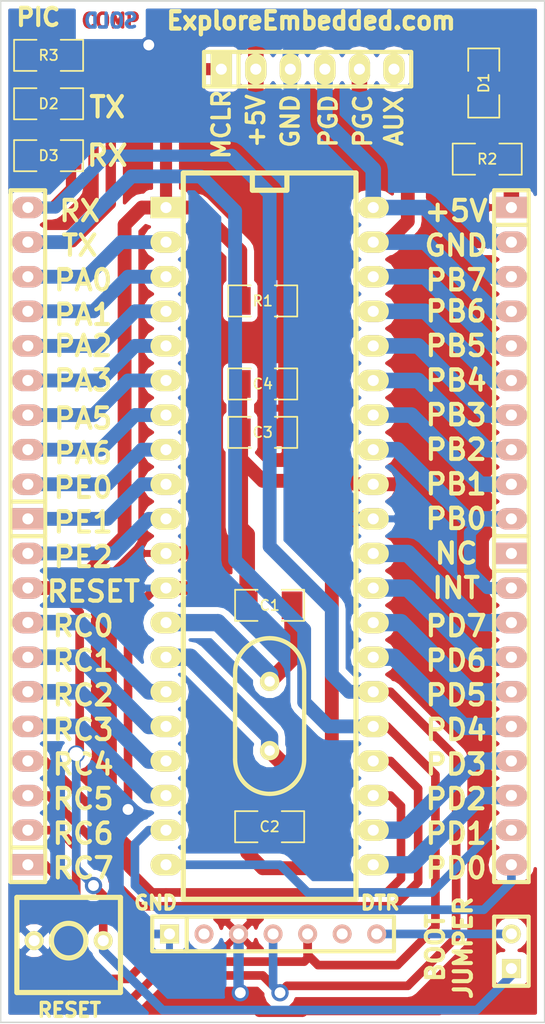
<source format=kicad_pcb>
(kicad_pcb (version 3) (host pcbnew "(2013-07-07 BZR 4022)-stable")

  (general
    (links 74)
    (no_connects 0)
    (area 157.000001 70 229.85476 150.050001)
    (thickness 1.6)
    (drawings 60)
    (tracks 345)
    (zones 0)
    (modules 20)
    (nets 42)
  )

  (page A3)
  (layers
    (15 F.Cu signal)
    (0 B.Cu signal)
    (16 B.Adhes user)
    (17 F.Adhes user)
    (18 B.Paste user)
    (19 F.Paste user)
    (20 B.SilkS user)
    (21 F.SilkS user)
    (22 B.Mask user)
    (23 F.Mask user)
    (24 Dwgs.User user)
    (25 Cmts.User user)
    (26 Eco1.User user)
    (27 Eco2.User user)
    (28 Edge.Cuts user)
  )

  (setup
    (last_trace_width 0.254)
    (user_trace_width 0.635)
    (user_trace_width 0.762)
    (user_trace_width 0.889)
    (user_trace_width 1.016)
    (user_trace_width 1.143)
    (user_trace_width 1.27)
    (trace_clearance 0.254)
    (zone_clearance 0.508)
    (zone_45_only no)
    (trace_min 0.254)
    (segment_width 0.2)
    (edge_width 0.1)
    (via_size 0.889)
    (via_drill 0.635)
    (via_min_size 0.889)
    (via_min_drill 0.508)
    (user_via 1.27 0.8001)
    (uvia_size 0.508)
    (uvia_drill 0.127)
    (uvias_allowed no)
    (uvia_min_size 0.508)
    (uvia_min_drill 0.127)
    (pcb_text_width 0.3)
    (pcb_text_size 1.5 1.5)
    (mod_edge_width 0.15)
    (mod_text_size 1 1)
    (mod_text_width 0.15)
    (pad_size 1.5748 2.286)
    (pad_drill 0.8128)
    (pad_to_mask_clearance 0)
    (aux_axis_origin 0 0)
    (visible_elements 7FFFFFFF)
    (pcbplotparams
      (layerselection 3178497)
      (usegerberextensions true)
      (excludeedgelayer true)
      (linewidth 0.150000)
      (plotframeref false)
      (viasonmask false)
      (mode 1)
      (useauxorigin false)
      (hpglpennumber 1)
      (hpglpenspeed 20)
      (hpglpendiameter 15)
      (hpglpenoverlay 2)
      (psnegative false)
      (psa4output false)
      (plotreference true)
      (plotvalue true)
      (plotothertext true)
      (plotinvisibletext false)
      (padsonsilk false)
      (subtractmaskfromsilk false)
      (outputformat 1)
      (mirror false)
      (drillshape 0)
      (scaleselection 1)
      (outputdirectory ""))
  )

  (net 0 "")
  (net 1 /+5V)
  (net 2 /D6/PGC)
  (net 3 /D7/PGD)
  (net 4 /INT)
  (net 5 /MCLR)
  (net 6 /PE2)
  (net 7 /RX)
  (net 8 /TX)
  (net 9 GND)
  (net 10 N-000001)
  (net 11 N-0000010)
  (net 12 N-0000011)
  (net 13 N-0000012)
  (net 14 N-0000014)
  (net 15 N-0000015)
  (net 16 N-0000016)
  (net 17 N-0000017)
  (net 18 N-0000018)
  (net 19 N-000002)
  (net 20 N-0000020)
  (net 21 N-0000025)
  (net 22 N-0000026)
  (net 23 N-0000028)
  (net 24 N-0000029)
  (net 25 N-000003)
  (net 26 N-0000030)
  (net 27 N-0000031)
  (net 28 N-0000032)
  (net 29 N-0000033)
  (net 30 N-0000036)
  (net 31 N-0000037)
  (net 32 N-0000038)
  (net 33 N-0000039)
  (net 34 N-0000040)
  (net 35 N-0000041)
  (net 36 N-0000042)
  (net 37 N-0000043)
  (net 38 N-000006)
  (net 39 N-000007)
  (net 40 N-000008)
  (net 41 N-000009)

  (net_class Default "This is the default net class."
    (clearance 0.254)
    (trace_width 0.254)
    (via_dia 0.889)
    (via_drill 0.635)
    (uvia_dia 0.508)
    (uvia_drill 0.127)
    (add_net "")
    (add_net /+5V)
    (add_net /D6/PGC)
    (add_net /D7/PGD)
    (add_net /INT)
    (add_net /MCLR)
    (add_net /PE2)
    (add_net /RX)
    (add_net /TX)
    (add_net GND)
    (add_net N-000001)
    (add_net N-0000010)
    (add_net N-0000011)
    (add_net N-0000012)
    (add_net N-0000014)
    (add_net N-0000015)
    (add_net N-0000016)
    (add_net N-0000017)
    (add_net N-0000018)
    (add_net N-000002)
    (add_net N-0000020)
    (add_net N-0000025)
    (add_net N-0000026)
    (add_net N-0000028)
    (add_net N-0000029)
    (add_net N-000003)
    (add_net N-0000030)
    (add_net N-0000031)
    (add_net N-0000032)
    (add_net N-0000033)
    (add_net N-0000036)
    (add_net N-0000037)
    (add_net N-0000038)
    (add_net N-0000039)
    (add_net N-0000040)
    (add_net N-0000041)
    (add_net N-0000042)
    (add_net N-0000043)
    (add_net N-000006)
    (add_net N-000007)
    (add_net N-000008)
    (add_net N-000009)
  )

  (module SM1206 (layer F.Cu) (tedit 42806E24) (tstamp 54F6DC1A)
    (at 207.772 97.028)
    (path /54F6C63D)
    (attr smd)
    (fp_text reference R1 (at 0 0) (layer F.SilkS)
      (effects (font (size 0.762 0.762) (thickness 0.127)))
    )
    (fp_text value 10K (at 0 0) (layer F.SilkS) hide
      (effects (font (size 0.762 0.762) (thickness 0.127)))
    )
    (fp_line (start -2.54 -1.143) (end -2.54 1.143) (layer F.SilkS) (width 0.127))
    (fp_line (start -2.54 1.143) (end -0.889 1.143) (layer F.SilkS) (width 0.127))
    (fp_line (start 0.889 -1.143) (end 2.54 -1.143) (layer F.SilkS) (width 0.127))
    (fp_line (start 2.54 -1.143) (end 2.54 1.143) (layer F.SilkS) (width 0.127))
    (fp_line (start 2.54 1.143) (end 0.889 1.143) (layer F.SilkS) (width 0.127))
    (fp_line (start -0.889 -1.143) (end -2.54 -1.143) (layer F.SilkS) (width 0.127))
    (pad 1 smd rect (at -1.651 0) (size 1.524 2.032)
      (layers F.Cu F.Paste F.Mask)
      (net 5 /MCLR)
    )
    (pad 2 smd rect (at 1.651 0) (size 1.524 2.032)
      (layers F.Cu F.Paste F.Mask)
      (net 1 /+5V)
    )
    (model smd/chip_cms.wrl
      (at (xyz 0 0 0))
      (scale (xyz 0.17 0.16 0.16))
      (rotate (xyz 0 0 0))
    )
  )

  (module SM1206 (layer F.Cu) (tedit 42806E24) (tstamp 54F6DC26)
    (at 208.28 119.38)
    (path /54F6C64A)
    (attr smd)
    (fp_text reference C1 (at 0 0) (layer F.SilkS)
      (effects (font (size 0.762 0.762) (thickness 0.127)))
    )
    (fp_text value 22pF (at 0 0) (layer F.SilkS) hide
      (effects (font (size 0.762 0.762) (thickness 0.127)))
    )
    (fp_line (start -2.54 -1.143) (end -2.54 1.143) (layer F.SilkS) (width 0.127))
    (fp_line (start -2.54 1.143) (end -0.889 1.143) (layer F.SilkS) (width 0.127))
    (fp_line (start 0.889 -1.143) (end 2.54 -1.143) (layer F.SilkS) (width 0.127))
    (fp_line (start 2.54 -1.143) (end 2.54 1.143) (layer F.SilkS) (width 0.127))
    (fp_line (start 2.54 1.143) (end 0.889 1.143) (layer F.SilkS) (width 0.127))
    (fp_line (start -0.889 -1.143) (end -2.54 -1.143) (layer F.SilkS) (width 0.127))
    (pad 1 smd rect (at -1.651 0) (size 1.524 2.032)
      (layers F.Cu F.Paste F.Mask)
      (net 9 GND)
    )
    (pad 2 smd rect (at 1.651 0) (size 1.524 2.032)
      (layers F.Cu F.Paste F.Mask)
      (net 30 N-0000036)
    )
    (model smd/chip_cms.wrl
      (at (xyz 0 0 0))
      (scale (xyz 0.17 0.16 0.16))
      (rotate (xyz 0 0 0))
    )
  )

  (module SM1206 (layer F.Cu) (tedit 42806E24) (tstamp 54F6DC32)
    (at 208.28 135.636)
    (path /54F6C658)
    (attr smd)
    (fp_text reference C2 (at 0 0) (layer F.SilkS)
      (effects (font (size 0.762 0.762) (thickness 0.127)))
    )
    (fp_text value 22pF (at 0 0) (layer F.SilkS) hide
      (effects (font (size 0.762 0.762) (thickness 0.127)))
    )
    (fp_line (start -2.54 -1.143) (end -2.54 1.143) (layer F.SilkS) (width 0.127))
    (fp_line (start -2.54 1.143) (end -0.889 1.143) (layer F.SilkS) (width 0.127))
    (fp_line (start 0.889 -1.143) (end 2.54 -1.143) (layer F.SilkS) (width 0.127))
    (fp_line (start 2.54 -1.143) (end 2.54 1.143) (layer F.SilkS) (width 0.127))
    (fp_line (start 2.54 1.143) (end 0.889 1.143) (layer F.SilkS) (width 0.127))
    (fp_line (start -0.889 -1.143) (end -2.54 -1.143) (layer F.SilkS) (width 0.127))
    (pad 1 smd rect (at -1.651 0) (size 1.524 2.032)
      (layers F.Cu F.Paste F.Mask)
      (net 9 GND)
    )
    (pad 2 smd rect (at 1.651 0) (size 1.524 2.032)
      (layers F.Cu F.Paste F.Mask)
      (net 31 N-0000037)
    )
    (model smd/chip_cms.wrl
      (at (xyz 0 0 0))
      (scale (xyz 0.17 0.16 0.16))
      (rotate (xyz 0 0 0))
    )
  )

  (module SM1206 (layer F.Cu) (tedit 42806E24) (tstamp 54F6DC3E)
    (at 207.772 106.68)
    (path /54F6C6C2)
    (attr smd)
    (fp_text reference C3 (at 0 0) (layer F.SilkS)
      (effects (font (size 0.762 0.762) (thickness 0.127)))
    )
    (fp_text value 0.1uF (at 0 0) (layer F.SilkS) hide
      (effects (font (size 0.762 0.762) (thickness 0.127)))
    )
    (fp_line (start -2.54 -1.143) (end -2.54 1.143) (layer F.SilkS) (width 0.127))
    (fp_line (start -2.54 1.143) (end -0.889 1.143) (layer F.SilkS) (width 0.127))
    (fp_line (start 0.889 -1.143) (end 2.54 -1.143) (layer F.SilkS) (width 0.127))
    (fp_line (start 2.54 -1.143) (end 2.54 1.143) (layer F.SilkS) (width 0.127))
    (fp_line (start 2.54 1.143) (end 0.889 1.143) (layer F.SilkS) (width 0.127))
    (fp_line (start -0.889 -1.143) (end -2.54 -1.143) (layer F.SilkS) (width 0.127))
    (pad 1 smd rect (at -1.651 0) (size 1.524 2.032)
      (layers F.Cu F.Paste F.Mask)
      (net 9 GND)
    )
    (pad 2 smd rect (at 1.651 0) (size 1.524 2.032)
      (layers F.Cu F.Paste F.Mask)
      (net 1 /+5V)
    )
    (model smd/chip_cms.wrl
      (at (xyz 0 0 0))
      (scale (xyz 0.17 0.16 0.16))
      (rotate (xyz 0 0 0))
    )
  )

  (module SM1206 (layer F.Cu) (tedit 42806E24) (tstamp 54F6DC4A)
    (at 207.772 103.124)
    (path /54F6C6CC)
    (attr smd)
    (fp_text reference C4 (at 0 0) (layer F.SilkS)
      (effects (font (size 0.762 0.762) (thickness 0.127)))
    )
    (fp_text value 0.1uF (at 0 0) (layer F.SilkS) hide
      (effects (font (size 0.762 0.762) (thickness 0.127)))
    )
    (fp_line (start -2.54 -1.143) (end -2.54 1.143) (layer F.SilkS) (width 0.127))
    (fp_line (start -2.54 1.143) (end -0.889 1.143) (layer F.SilkS) (width 0.127))
    (fp_line (start 0.889 -1.143) (end 2.54 -1.143) (layer F.SilkS) (width 0.127))
    (fp_line (start 2.54 -1.143) (end 2.54 1.143) (layer F.SilkS) (width 0.127))
    (fp_line (start 2.54 1.143) (end 0.889 1.143) (layer F.SilkS) (width 0.127))
    (fp_line (start -0.889 -1.143) (end -2.54 -1.143) (layer F.SilkS) (width 0.127))
    (pad 1 smd rect (at -1.651 0) (size 1.524 2.032)
      (layers F.Cu F.Paste F.Mask)
      (net 9 GND)
    )
    (pad 2 smd rect (at 1.651 0) (size 1.524 2.032)
      (layers F.Cu F.Paste F.Mask)
      (net 1 /+5V)
    )
    (model smd/chip_cms.wrl
      (at (xyz 0 0 0))
      (scale (xyz 0.17 0.16 0.16))
      (rotate (xyz 0 0 0))
    )
  )

  (module SIL-6 (layer F.Cu) (tedit 54F80CA9) (tstamp 54F6DC59)
    (at 211.074 80.01)
    (descr "Connecteur 6 pins")
    (tags "CONN DEV")
    (path /54F6C620)
    (fp_text reference P6 (at 0 -2.54) (layer F.SilkS) hide
      (effects (font (size 1.72974 1.08712) (thickness 0.27178)))
    )
    (fp_text value ICSP (at 0 -2.54) (layer F.SilkS) hide
      (effects (font (size 1.524 1.016) (thickness 0.3048)))
    )
    (fp_line (start -7.62 1.27) (end -7.62 -1.27) (layer F.SilkS) (width 0.3048))
    (fp_line (start -7.62 -1.27) (end 7.62 -1.27) (layer F.SilkS) (width 0.3048))
    (fp_line (start 7.62 -1.27) (end 7.62 1.27) (layer F.SilkS) (width 0.3048))
    (fp_line (start 7.62 1.27) (end -7.62 1.27) (layer F.SilkS) (width 0.3048))
    (fp_line (start -5.08 1.27) (end -5.08 -1.27) (layer F.SilkS) (width 0.3048))
    (pad 1 thru_hole rect (at -6.35 0) (size 1.5748 2.286) (drill 0.8128)
      (layers *.Cu *.Mask F.SilkS)
      (net 5 /MCLR)
    )
    (pad 2 thru_hole oval (at -3.81 0) (size 1.5748 2.286) (drill 0.8128)
      (layers *.Cu *.Mask F.SilkS)
      (net 1 /+5V)
    )
    (pad 3 thru_hole oval (at -1.27 0) (size 1.5748 2.286) (drill 0.8128)
      (layers *.Cu *.Mask F.SilkS)
      (net 9 GND)
    )
    (pad 4 thru_hole oval (at 1.27 0) (size 1.5748 2.286) (drill 0.8128)
      (layers *.Cu *.Mask F.SilkS)
      (net 3 /D7/PGD)
    )
    (pad 5 thru_hole oval (at 3.81 0) (size 1.5748 2.286) (drill 0.8128)
      (layers *.Cu *.Mask F.SilkS)
      (net 2 /D6/PGC)
    )
    (pad 6 thru_hole oval (at 6.35 0) (size 1.5748 2.286) (drill 0.8128)
      (layers *.Cu *.Mask F.SilkS)
    )
  )

  (module SIL-10 (layer F.Cu) (tedit 54F80C87) (tstamp 54F6DC6C)
    (at 190.5 101.6 90)
    (descr "Connecteur 10 pins")
    (tags "CONN DEV")
    (path /54F6D29C)
    (fp_text reference P1 (at -6.35 -2.54 90) (layer F.SilkS) hide
      (effects (font (size 1.72974 1.08712) (thickness 0.27178)))
    )
    (fp_text value CONN_10 (at 6.35 -2.54 90) (layer F.SilkS) hide
      (effects (font (size 1.524 1.016) (thickness 0.254)))
    )
    (fp_line (start -12.7 1.27) (end -12.7 -1.27) (layer F.SilkS) (width 0.3048))
    (fp_line (start -12.7 -1.27) (end 12.7 -1.27) (layer F.SilkS) (width 0.3048))
    (fp_line (start 12.7 -1.27) (end 12.7 1.27) (layer F.SilkS) (width 0.3048))
    (fp_line (start 12.7 1.27) (end -12.7 1.27) (layer F.SilkS) (width 0.3048))
    (fp_line (start -10.16 1.27) (end -10.16 -1.27) (layer F.SilkS) (width 0.3048))
    (pad 1 thru_hole rect (at -11.43 0 90) (size 1.5748 2.286) (drill 0.8128)
      (layers *.Cu *.Mask B.SilkS)
      (net 32 N-0000038)
    )
    (pad 2 thru_hole oval (at -8.89 0 90) (size 1.5748 2.286) (drill 0.8128)
      (layers *.Cu *.Mask B.SilkS)
      (net 33 N-0000039)
    )
    (pad 3 thru_hole oval (at -6.35 0 90) (size 1.5748 2.286) (drill 0.8128)
      (layers *.Cu *.Mask B.SilkS)
      (net 37 N-0000043)
    )
    (pad 4 thru_hole oval (at -3.81 0 90) (size 1.5748 2.286) (drill 0.8128)
      (layers *.Cu *.Mask B.SilkS)
      (net 34 N-0000040)
    )
    (pad 5 thru_hole oval (at -1.27 0 90) (size 1.5748 2.286) (drill 0.8128)
      (layers *.Cu *.Mask B.SilkS)
      (net 35 N-0000041)
    )
    (pad 6 thru_hole oval (at 1.27 0 90) (size 1.5748 2.286) (drill 0.8128)
      (layers *.Cu *.Mask B.SilkS)
      (net 15 N-0000015)
    )
    (pad 7 thru_hole oval (at 3.81 0 90) (size 1.5748 2.286) (drill 0.8128)
      (layers *.Cu *.Mask B.SilkS)
      (net 14 N-0000014)
    )
    (pad 8 thru_hole oval (at 6.35 0 90) (size 1.5748 2.286) (drill 0.8128)
      (layers *.Cu *.Mask B.SilkS)
      (net 36 N-0000042)
    )
    (pad 9 thru_hole oval (at 8.89 0 90) (size 1.5748 2.286) (drill 0.8128)
      (layers *.Cu *.Mask B.SilkS)
      (net 8 /TX)
    )
    (pad 10 thru_hole oval (at 11.43 0 90) (size 1.5748 2.286) (drill 0.8128)
      (layers *.Cu *.Mask B.SilkS)
      (net 7 /RX)
    )
  )

  (module SIL-10 (layer F.Cu) (tedit 54F80C7D) (tstamp 54F6DC7F)
    (at 190.5 127 90)
    (descr "Connecteur 10 pins")
    (tags "CONN DEV")
    (path /54F6D600)
    (fp_text reference P2 (at -6.35 -2.54 90) (layer F.SilkS) hide
      (effects (font (size 1.72974 1.08712) (thickness 0.27178)))
    )
    (fp_text value CONN_10 (at 6.35 -2.54 90) (layer F.SilkS) hide
      (effects (font (size 1.524 1.016) (thickness 0.254)))
    )
    (fp_line (start -12.7 1.27) (end -12.7 -1.27) (layer F.SilkS) (width 0.3048))
    (fp_line (start -12.7 -1.27) (end 12.7 -1.27) (layer F.SilkS) (width 0.3048))
    (fp_line (start 12.7 -1.27) (end 12.7 1.27) (layer F.SilkS) (width 0.3048))
    (fp_line (start 12.7 1.27) (end -12.7 1.27) (layer F.SilkS) (width 0.3048))
    (fp_line (start -10.16 1.27) (end -10.16 -1.27) (layer F.SilkS) (width 0.3048))
    (pad 1 thru_hole rect (at -11.43 0 90) (size 1.5748 2.286) (drill 0.8128)
      (layers *.Cu *.Mask B.SilkS)
      (net 7 /RX)
    )
    (pad 2 thru_hole oval (at -8.89 0 90) (size 1.5748 2.286) (drill 0.8128)
      (layers *.Cu *.Mask B.SilkS)
      (net 8 /TX)
    )
    (pad 3 thru_hole oval (at -6.35 0 90) (size 1.5748 2.286) (drill 0.8128)
      (layers *.Cu *.Mask B.SilkS)
      (net 39 N-000007)
    )
    (pad 4 thru_hole oval (at -3.81 0 90) (size 1.5748 2.286) (drill 0.8128)
      (layers *.Cu *.Mask B.SilkS)
      (net 40 N-000008)
    )
    (pad 5 thru_hole oval (at -1.27 0 90) (size 1.5748 2.286) (drill 0.8128)
      (layers *.Cu *.Mask B.SilkS)
      (net 16 N-0000016)
    )
    (pad 6 thru_hole oval (at 1.27 0 90) (size 1.5748 2.286) (drill 0.8128)
      (layers *.Cu *.Mask B.SilkS)
      (net 17 N-0000017)
    )
    (pad 7 thru_hole oval (at 3.81 0 90) (size 1.5748 2.286) (drill 0.8128)
      (layers *.Cu *.Mask B.SilkS)
      (net 18 N-0000018)
    )
    (pad 8 thru_hole oval (at 6.35 0 90) (size 1.5748 2.286) (drill 0.8128)
      (layers *.Cu *.Mask B.SilkS)
      (net 20 N-0000020)
    )
    (pad 9 thru_hole oval (at 8.89 0 90) (size 1.5748 2.286) (drill 0.8128)
      (layers *.Cu *.Mask B.SilkS)
      (net 5 /MCLR)
    )
    (pad 10 thru_hole oval (at 11.43 0 90) (size 1.5748 2.286) (drill 0.8128)
      (layers *.Cu *.Mask B.SilkS)
      (net 6 /PE2)
    )
  )

  (module SIL-10 (layer F.Cu) (tedit 54F80C6F) (tstamp 54F6DC92)
    (at 226.06 127 270)
    (descr "Connecteur 10 pins")
    (tags "CONN DEV")
    (path /54F6D95F)
    (fp_text reference P4 (at -6.35 -2.54 270) (layer F.SilkS) hide
      (effects (font (size 1.72974 1.08712) (thickness 0.27178)))
    )
    (fp_text value CONN_10 (at 6.35 -2.54 270) (layer F.SilkS) hide
      (effects (font (size 1.524 1.016) (thickness 0.254)))
    )
    (fp_line (start -12.7 1.27) (end -12.7 -1.27) (layer F.SilkS) (width 0.3048))
    (fp_line (start -12.7 -1.27) (end 12.7 -1.27) (layer F.SilkS) (width 0.3048))
    (fp_line (start 12.7 -1.27) (end 12.7 1.27) (layer F.SilkS) (width 0.3048))
    (fp_line (start 12.7 1.27) (end -12.7 1.27) (layer F.SilkS) (width 0.3048))
    (fp_line (start -10.16 1.27) (end -10.16 -1.27) (layer F.SilkS) (width 0.3048))
    (pad 1 thru_hole rect (at -11.43 0 270) (size 1.5748 2.286) (drill 0.8128)
      (layers *.Cu *.Mask B.SilkS)
    )
    (pad 2 thru_hole oval (at -8.89 0 270) (size 1.5748 2.286) (drill 0.8128)
      (layers *.Cu *.Mask B.SilkS)
      (net 4 /INT)
    )
    (pad 3 thru_hole oval (at -6.35 0 270) (size 1.5748 2.286) (drill 0.8128)
      (layers *.Cu *.Mask B.SilkS)
      (net 25 N-000003)
    )
    (pad 4 thru_hole oval (at -3.81 0 270) (size 1.5748 2.286) (drill 0.8128)
      (layers *.Cu *.Mask B.SilkS)
      (net 19 N-000002)
    )
    (pad 5 thru_hole oval (at -1.27 0 270) (size 1.5748 2.286) (drill 0.8128)
      (layers *.Cu *.Mask B.SilkS)
      (net 10 N-000001)
    )
    (pad 6 thru_hole oval (at 1.27 0 270) (size 1.5748 2.286) (drill 0.8128)
      (layers *.Cu *.Mask B.SilkS)
      (net 38 N-000006)
    )
    (pad 7 thru_hole oval (at 3.81 0 270) (size 1.5748 2.286) (drill 0.8128)
      (layers *.Cu *.Mask B.SilkS)
      (net 13 N-0000012)
    )
    (pad 8 thru_hole oval (at 6.35 0 270) (size 1.5748 2.286) (drill 0.8128)
      (layers *.Cu *.Mask B.SilkS)
      (net 12 N-0000011)
    )
    (pad 9 thru_hole oval (at 8.89 0 270) (size 1.5748 2.286) (drill 0.8128)
      (layers *.Cu *.Mask B.SilkS)
      (net 11 N-0000010)
    )
    (pad 10 thru_hole oval (at 11.43 0 270) (size 1.5748 2.286) (drill 0.8128)
      (layers *.Cu *.Mask B.SilkS)
      (net 41 N-000009)
    )
  )

  (module SIL-10 (layer F.Cu) (tedit 556C683D) (tstamp 556C6858)
    (at 226.06 101.6 270)
    (descr "Connecteur 10 pins")
    (tags "CONN DEV")
    (path /54F6DBE9)
    (fp_text reference P3 (at -6.35 -2.54 270) (layer F.SilkS) hide
      (effects (font (size 1.72974 1.08712) (thickness 0.27178)))
    )
    (fp_text value CONN_10 (at 6.35 -2.54 270) (layer F.SilkS) hide
      (effects (font (size 1.524 1.016) (thickness 0.254)))
    )
    (fp_line (start -12.7 1.27) (end -12.7 -1.27) (layer F.SilkS) (width 0.3048))
    (fp_line (start -12.7 -1.27) (end 12.7 -1.27) (layer F.SilkS) (width 0.3048))
    (fp_line (start 12.7 -1.27) (end 12.7 1.27) (layer F.SilkS) (width 0.3048))
    (fp_line (start 12.7 1.27) (end -12.7 1.27) (layer F.SilkS) (width 0.3048))
    (fp_line (start -10.16 1.27) (end -10.16 -1.27) (layer F.SilkS) (width 0.3048))
    (pad 1 thru_hole rect (at -11.43 0 270) (size 1.5748 2.286) (drill 0.8128)
      (layers *.Cu *.Mask B.SilkS)
      (net 1 /+5V)
    )
    (pad 2 thru_hole oval (at -8.89 0 270) (size 1.5748 2.286) (drill 0.8128)
      (layers *.Cu *.Mask B.SilkS)
      (net 9 GND)
    )
    (pad 3 thru_hole oval (at -6.35 0 270) (size 1.5748 2.286) (drill 0.8128)
      (layers *.Cu *.Mask B.SilkS)
      (net 3 /D7/PGD)
    )
    (pad 4 thru_hole oval (at -3.81 0 270) (size 1.5748 2.286) (drill 0.8128)
      (layers *.Cu *.Mask B.SilkS)
      (net 2 /D6/PGC)
    )
    (pad 5 thru_hole oval (at -1.27 0 270) (size 1.5748 2.286) (drill 0.8128)
      (layers *.Cu *.Mask B.SilkS)
      (net 24 N-0000029)
    )
    (pad 6 thru_hole oval (at 1.27 0 270) (size 1.5748 2.286) (drill 0.8128)
      (layers *.Cu *.Mask B.SilkS)
      (net 26 N-0000030)
    )
    (pad 7 thru_hole oval (at 3.81 0 270) (size 1.5748 2.286) (drill 0.8128)
      (layers *.Cu *.Mask B.SilkS)
      (net 27 N-0000031)
    )
    (pad 8 thru_hole oval (at 6.35 0 270) (size 1.5748 2.286) (drill 0.8128)
      (layers *.Cu *.Mask B.SilkS)
      (net 28 N-0000032)
    )
    (pad 9 thru_hole oval (at 8.89 0 270) (size 1.5748 2.286) (drill 0.8128)
      (layers *.Cu *.Mask B.SilkS)
      (net 23 N-0000028)
    )
    (pad 10 thru_hole oval (at 11.43 0 270) (size 1.5748 2.286) (drill 0.8128)
      (layers *.Cu *.Mask B.SilkS)
      (net 4 /INT)
    )
  )

  (module HC-49V (layer F.Cu) (tedit 54F80C99) (tstamp 54F6DCB1)
    (at 208.28 127.508 90)
    (descr "Quartz boitier HC-49 Vertical")
    (tags "QUARTZ DEV")
    (path /54F6C644)
    (autoplace_cost180 10)
    (fp_text reference X1 (at 0 -3.81 90) (layer F.SilkS) hide
      (effects (font (size 1.524 1.524) (thickness 0.3048)))
    )
    (fp_text value 20Mhz (at 0 3.81 90) (layer F.SilkS) hide
      (effects (font (size 1.524 1.524) (thickness 0.3048)))
    )
    (fp_line (start -3.175 2.54) (end 3.175 2.54) (layer F.SilkS) (width 0.3175))
    (fp_line (start -3.175 -2.54) (end 3.175 -2.54) (layer F.SilkS) (width 0.3175))
    (fp_arc (start 3.175 0) (end 3.175 -2.54) (angle 90) (layer F.SilkS) (width 0.3175))
    (fp_arc (start 3.175 0) (end 5.715 0) (angle 90) (layer F.SilkS) (width 0.3175))
    (fp_arc (start -3.175 0) (end -5.715 0) (angle 90) (layer F.SilkS) (width 0.3175))
    (fp_arc (start -3.175 0) (end -3.175 2.54) (angle 90) (layer F.SilkS) (width 0.3175))
    (pad 1 thru_hole circle (at -2.54 0 90) (size 1.4224 1.4224) (drill 0.762)
      (layers *.Cu *.Mask F.SilkS)
      (net 31 N-0000037)
    )
    (pad 2 thru_hole circle (at 2.54 0 90) (size 1.4224 1.4224) (drill 0.762)
      (layers *.Cu *.Mask F.SilkS)
      (net 30 N-0000036)
    )
    (model discret/xtal/crystal_hc18u_vertical.wrl
      (at (xyz 0 0 0))
      (scale (xyz 1 1 0.2))
      (rotate (xyz 0 0 0))
    )
  )

  (module DIP-40__600_ELL (layer F.Cu) (tedit 54F80CA0) (tstamp 54F6DCE4)
    (at 208.28 114.3 270)
    (descr "Module Dil 40 pins, pads elliptiques, e=600 mils")
    (tags DIL)
    (path /54F6C610)
    (fp_text reference U1 (at -19.05 -3.81 270) (layer F.SilkS) hide
      (effects (font (size 1.778 1.143) (thickness 0.28575)))
    )
    (fp_text value 16F877A (at 0 2.54 270) (layer F.SilkS) hide
      (effects (font (size 1.778 1.778) (thickness 0.3048)))
    )
    (fp_line (start -26.67 -1.27) (end -25.4 -1.27) (layer F.SilkS) (width 0.381))
    (fp_line (start -25.4 -1.27) (end -25.4 1.27) (layer F.SilkS) (width 0.381))
    (fp_line (start -25.4 1.27) (end -26.67 1.27) (layer F.SilkS) (width 0.381))
    (fp_line (start -26.67 -6.35) (end 26.67 -6.35) (layer F.SilkS) (width 0.381))
    (fp_line (start 26.67 -6.35) (end 26.67 6.35) (layer F.SilkS) (width 0.381))
    (fp_line (start 26.67 6.35) (end -26.67 6.35) (layer F.SilkS) (width 0.381))
    (fp_line (start -26.67 6.35) (end -26.67 -6.35) (layer F.SilkS) (width 0.381))
    (pad 1 thru_hole rect (at -24.13 7.62 270) (size 1.5748 2.286) (drill 0.8128)
      (layers *.Cu *.Mask F.SilkS)
      (net 5 /MCLR)
    )
    (pad 2 thru_hole oval (at -21.59 7.62 270) (size 1.5748 2.286) (drill 0.8128)
      (layers *.Cu *.Mask F.SilkS)
      (net 36 N-0000042)
    )
    (pad 3 thru_hole oval (at -19.05 7.62 270) (size 1.5748 2.286) (drill 0.8128)
      (layers *.Cu *.Mask F.SilkS)
      (net 14 N-0000014)
    )
    (pad 4 thru_hole oval (at -16.51 7.62 270) (size 1.5748 2.286) (drill 0.8128)
      (layers *.Cu *.Mask F.SilkS)
      (net 15 N-0000015)
    )
    (pad 5 thru_hole oval (at -13.97 7.62 270) (size 1.5748 2.286) (drill 0.8128)
      (layers *.Cu *.Mask F.SilkS)
      (net 35 N-0000041)
    )
    (pad 6 thru_hole oval (at -11.43 7.62 270) (size 1.5748 2.286) (drill 0.8128)
      (layers *.Cu *.Mask F.SilkS)
      (net 34 N-0000040)
    )
    (pad 7 thru_hole oval (at -8.89 7.62 270) (size 1.5748 2.286) (drill 0.8128)
      (layers *.Cu *.Mask F.SilkS)
      (net 37 N-0000043)
    )
    (pad 8 thru_hole oval (at -6.35 7.62 270) (size 1.5748 2.286) (drill 0.8128)
      (layers *.Cu *.Mask F.SilkS)
      (net 33 N-0000039)
    )
    (pad 9 thru_hole oval (at -3.81 7.62 270) (size 1.5748 2.286) (drill 0.8128)
      (layers *.Cu *.Mask F.SilkS)
      (net 32 N-0000038)
    )
    (pad 10 thru_hole oval (at -1.27 7.62 270) (size 1.5748 2.286) (drill 0.8128)
      (layers *.Cu *.Mask F.SilkS)
      (net 6 /PE2)
    )
    (pad 11 thru_hole oval (at 1.27 7.62 270) (size 1.5748 2.286) (drill 0.8128)
      (layers *.Cu *.Mask F.SilkS)
      (net 1 /+5V)
    )
    (pad 12 thru_hole oval (at 3.81 7.62 270) (size 1.5748 2.286) (drill 0.8128)
      (layers *.Cu *.Mask F.SilkS)
      (net 9 GND)
    )
    (pad 13 thru_hole oval (at 6.35 7.62 270) (size 1.5748 2.286) (drill 0.8128)
      (layers *.Cu *.Mask F.SilkS)
      (net 30 N-0000036)
    )
    (pad 14 thru_hole oval (at 8.89 7.62 270) (size 1.5748 2.286) (drill 0.8128)
      (layers *.Cu *.Mask F.SilkS)
      (net 31 N-0000037)
    )
    (pad 15 thru_hole oval (at 11.43 7.62 270) (size 1.5748 2.286) (drill 0.8128)
      (layers *.Cu *.Mask F.SilkS)
      (net 20 N-0000020)
    )
    (pad 16 thru_hole oval (at 13.97 7.62 270) (size 1.5748 2.286) (drill 0.8128)
      (layers *.Cu *.Mask F.SilkS)
      (net 18 N-0000018)
    )
    (pad 17 thru_hole oval (at 16.51 7.62 270) (size 1.5748 2.286) (drill 0.8128)
      (layers *.Cu *.Mask F.SilkS)
      (net 17 N-0000017)
    )
    (pad 18 thru_hole oval (at 19.05 7.62 270) (size 1.5748 2.286) (drill 0.8128)
      (layers *.Cu *.Mask F.SilkS)
      (net 16 N-0000016)
    )
    (pad 19 thru_hole oval (at 21.59 7.62 270) (size 1.5748 2.286) (drill 0.8128)
      (layers *.Cu *.Mask F.SilkS)
      (net 41 N-000009)
    )
    (pad 20 thru_hole oval (at 24.13 7.62 270) (size 1.5748 2.286) (drill 0.8128)
      (layers *.Cu *.Mask F.SilkS)
      (net 11 N-0000010)
    )
    (pad 21 thru_hole oval (at 24.13 -7.62 270) (size 1.5748 2.286) (drill 0.8128)
      (layers *.Cu *.Mask F.SilkS)
      (net 12 N-0000011)
    )
    (pad 22 thru_hole oval (at 21.59 -7.62 270) (size 1.5748 2.286) (drill 0.8128)
      (layers *.Cu *.Mask F.SilkS)
      (net 13 N-0000012)
    )
    (pad 23 thru_hole oval (at 19.05 -7.62 270) (size 1.5748 2.286) (drill 0.8128)
      (layers *.Cu *.Mask F.SilkS)
      (net 40 N-000008)
    )
    (pad 24 thru_hole oval (at 16.51 -7.62 270) (size 1.5748 2.286) (drill 0.8128)
      (layers *.Cu *.Mask F.SilkS)
      (net 39 N-000007)
    )
    (pad 25 thru_hole oval (at 13.97 -7.62 270) (size 1.5748 2.286) (drill 0.8128)
      (layers *.Cu *.Mask F.SilkS)
      (net 8 /TX)
    )
    (pad 26 thru_hole oval (at 11.43 -7.62 270) (size 1.5748 2.286) (drill 0.8128)
      (layers *.Cu *.Mask F.SilkS)
      (net 7 /RX)
    )
    (pad 27 thru_hole oval (at 8.89 -7.62 270) (size 1.5748 2.286) (drill 0.8128)
      (layers *.Cu *.Mask F.SilkS)
      (net 38 N-000006)
    )
    (pad 28 thru_hole oval (at 6.35 -7.62 270) (size 1.5748 2.286) (drill 0.8128)
      (layers *.Cu *.Mask F.SilkS)
      (net 10 N-000001)
    )
    (pad 29 thru_hole oval (at 3.81 -7.62 270) (size 1.5748 2.286) (drill 0.8128)
      (layers *.Cu *.Mask F.SilkS)
      (net 19 N-000002)
    )
    (pad 30 thru_hole oval (at 1.27 -7.62 270) (size 1.5748 2.286) (drill 0.8128)
      (layers *.Cu *.Mask F.SilkS)
      (net 25 N-000003)
    )
    (pad 31 thru_hole oval (at -1.27 -7.62 270) (size 1.5748 2.286) (drill 0.8128)
      (layers *.Cu *.Mask F.SilkS)
      (net 9 GND)
    )
    (pad 32 thru_hole oval (at -3.81 -7.62 270) (size 1.5748 2.286) (drill 0.8128)
      (layers *.Cu *.Mask F.SilkS)
      (net 1 /+5V)
    )
    (pad 33 thru_hole oval (at -6.35 -7.62 270) (size 1.5748 2.286) (drill 0.8128)
      (layers *.Cu *.Mask F.SilkS)
      (net 4 /INT)
    )
    (pad 34 thru_hole oval (at -8.89 -7.62 270) (size 1.5748 2.286) (drill 0.8128)
      (layers *.Cu *.Mask F.SilkS)
      (net 23 N-0000028)
    )
    (pad 35 thru_hole oval (at -11.43 -7.62 270) (size 1.5748 2.286) (drill 0.8128)
      (layers *.Cu *.Mask F.SilkS)
      (net 28 N-0000032)
    )
    (pad 36 thru_hole oval (at -13.97 -7.62 270) (size 1.5748 2.286) (drill 0.8128)
      (layers *.Cu *.Mask F.SilkS)
      (net 27 N-0000031)
    )
    (pad 37 thru_hole oval (at -16.51 -7.62 270) (size 1.5748 2.286) (drill 0.8128)
      (layers *.Cu *.Mask F.SilkS)
      (net 26 N-0000030)
    )
    (pad 38 thru_hole oval (at -19.05 -7.62 270) (size 1.5748 2.286) (drill 0.8128)
      (layers *.Cu *.Mask F.SilkS)
      (net 24 N-0000029)
    )
    (pad 39 thru_hole oval (at -21.59 -7.62 270) (size 1.5748 2.286) (drill 0.8128)
      (layers *.Cu *.Mask F.SilkS)
      (net 2 /D6/PGC)
    )
    (pad 40 thru_hole oval (at -24.13 -7.62 270) (size 1.5748 2.286) (drill 0.8128)
      (layers *.Cu *.Mask F.SilkS)
      (net 3 /D7/PGD)
    )
    (model dil\dil_40-w600.wrl
      (at (xyz 0 0 0))
      (scale (xyz 1 1 1))
      (rotate (xyz 0 0 0))
    )
  )

  (module SM1206 (layer F.Cu) (tedit 42806E24) (tstamp 54F95051)
    (at 224.282 86.614 180)
    (path /54F94F87)
    (attr smd)
    (fp_text reference R2 (at 0 0 180) (layer F.SilkS)
      (effects (font (size 0.762 0.762) (thickness 0.127)))
    )
    (fp_text value R (at 0 0 180) (layer F.SilkS) hide
      (effects (font (size 0.762 0.762) (thickness 0.127)))
    )
    (fp_line (start -2.54 -1.143) (end -2.54 1.143) (layer F.SilkS) (width 0.127))
    (fp_line (start -2.54 1.143) (end -0.889 1.143) (layer F.SilkS) (width 0.127))
    (fp_line (start 0.889 -1.143) (end 2.54 -1.143) (layer F.SilkS) (width 0.127))
    (fp_line (start 2.54 -1.143) (end 2.54 1.143) (layer F.SilkS) (width 0.127))
    (fp_line (start 2.54 1.143) (end 0.889 1.143) (layer F.SilkS) (width 0.127))
    (fp_line (start -0.889 -1.143) (end -2.54 -1.143) (layer F.SilkS) (width 0.127))
    (pad 1 smd rect (at -1.651 0 180) (size 1.524 2.032)
      (layers F.Cu F.Paste F.Mask)
      (net 1 /+5V)
    )
    (pad 2 smd rect (at 1.651 0 180) (size 1.524 2.032)
      (layers F.Cu F.Paste F.Mask)
      (net 29 N-0000033)
    )
    (model smd/chip_cms.wrl
      (at (xyz 0 0 0))
      (scale (xyz 0.17 0.16 0.16))
      (rotate (xyz 0 0 0))
    )
  )

  (module SM1206 (layer F.Cu) (tedit 42806E24) (tstamp 54F9505D)
    (at 224.028 81.026 90)
    (path /54F94F96)
    (attr smd)
    (fp_text reference D1 (at 0 0 90) (layer F.SilkS)
      (effects (font (size 0.762 0.762) (thickness 0.127)))
    )
    (fp_text value LED (at 0 0 90) (layer F.SilkS) hide
      (effects (font (size 0.762 0.762) (thickness 0.127)))
    )
    (fp_line (start -2.54 -1.143) (end -2.54 1.143) (layer F.SilkS) (width 0.127))
    (fp_line (start -2.54 1.143) (end -0.889 1.143) (layer F.SilkS) (width 0.127))
    (fp_line (start 0.889 -1.143) (end 2.54 -1.143) (layer F.SilkS) (width 0.127))
    (fp_line (start 2.54 -1.143) (end 2.54 1.143) (layer F.SilkS) (width 0.127))
    (fp_line (start 2.54 1.143) (end 0.889 1.143) (layer F.SilkS) (width 0.127))
    (fp_line (start -0.889 -1.143) (end -2.54 -1.143) (layer F.SilkS) (width 0.127))
    (pad 1 smd rect (at -1.651 0 90) (size 1.524 2.032)
      (layers F.Cu F.Paste F.Mask)
      (net 29 N-0000033)
    )
    (pad 2 smd rect (at 1.651 0 90) (size 1.524 2.032)
      (layers F.Cu F.Paste F.Mask)
      (net 9 GND)
    )
    (model smd/chip_cms.wrl
      (at (xyz 0 0 0))
      (scale (xyz 0.17 0.16 0.16))
      (rotate (xyz 0 0 0))
    )
  )

  (module SM1206 (layer F.Cu) (tedit 42806E24) (tstamp 55155BA7)
    (at 192.024 82.55 180)
    (path /55155B3E)
    (attr smd)
    (fp_text reference D2 (at 0 0 180) (layer F.SilkS)
      (effects (font (size 0.762 0.762) (thickness 0.127)))
    )
    (fp_text value LED (at 0 0 180) (layer F.SilkS) hide
      (effects (font (size 0.762 0.762) (thickness 0.127)))
    )
    (fp_line (start -2.54 -1.143) (end -2.54 1.143) (layer F.SilkS) (width 0.127))
    (fp_line (start -2.54 1.143) (end -0.889 1.143) (layer F.SilkS) (width 0.127))
    (fp_line (start 0.889 -1.143) (end 2.54 -1.143) (layer F.SilkS) (width 0.127))
    (fp_line (start 2.54 -1.143) (end 2.54 1.143) (layer F.SilkS) (width 0.127))
    (fp_line (start 2.54 1.143) (end 0.889 1.143) (layer F.SilkS) (width 0.127))
    (fp_line (start -0.889 -1.143) (end -2.54 -1.143) (layer F.SilkS) (width 0.127))
    (pad 1 smd rect (at -1.651 0 180) (size 1.524 2.032)
      (layers F.Cu F.Paste F.Mask)
      (net 8 /TX)
    )
    (pad 2 smd rect (at 1.651 0 180) (size 1.524 2.032)
      (layers F.Cu F.Paste F.Mask)
      (net 21 N-0000025)
    )
    (model smd/chip_cms.wrl
      (at (xyz 0 0 0))
      (scale (xyz 0.17 0.16 0.16))
      (rotate (xyz 0 0 0))
    )
  )

  (module SM1206 (layer F.Cu) (tedit 42806E24) (tstamp 55155BB3)
    (at 192.024 86.36 180)
    (path /55155B44)
    (attr smd)
    (fp_text reference D3 (at 0 0 180) (layer F.SilkS)
      (effects (font (size 0.762 0.762) (thickness 0.127)))
    )
    (fp_text value LED (at 0 0 180) (layer F.SilkS) hide
      (effects (font (size 0.762 0.762) (thickness 0.127)))
    )
    (fp_line (start -2.54 -1.143) (end -2.54 1.143) (layer F.SilkS) (width 0.127))
    (fp_line (start -2.54 1.143) (end -0.889 1.143) (layer F.SilkS) (width 0.127))
    (fp_line (start 0.889 -1.143) (end 2.54 -1.143) (layer F.SilkS) (width 0.127))
    (fp_line (start 2.54 -1.143) (end 2.54 1.143) (layer F.SilkS) (width 0.127))
    (fp_line (start 2.54 1.143) (end 0.889 1.143) (layer F.SilkS) (width 0.127))
    (fp_line (start -0.889 -1.143) (end -2.54 -1.143) (layer F.SilkS) (width 0.127))
    (pad 1 smd rect (at -1.651 0 180) (size 1.524 2.032)
      (layers F.Cu F.Paste F.Mask)
      (net 7 /RX)
    )
    (pad 2 smd rect (at 1.651 0 180) (size 1.524 2.032)
      (layers F.Cu F.Paste F.Mask)
      (net 21 N-0000025)
    )
    (model smd/chip_cms.wrl
      (at (xyz 0 0 0))
      (scale (xyz 0.17 0.16 0.16))
      (rotate (xyz 0 0 0))
    )
  )

  (module SM1206 (layer F.Cu) (tedit 42806E24) (tstamp 55155BBF)
    (at 192.024 78.994)
    (path /55155B4A)
    (attr smd)
    (fp_text reference R3 (at 0 0) (layer F.SilkS)
      (effects (font (size 0.762 0.762) (thickness 0.127)))
    )
    (fp_text value R (at 0 0) (layer F.SilkS) hide
      (effects (font (size 0.762 0.762) (thickness 0.127)))
    )
    (fp_line (start -2.54 -1.143) (end -2.54 1.143) (layer F.SilkS) (width 0.127))
    (fp_line (start -2.54 1.143) (end -0.889 1.143) (layer F.SilkS) (width 0.127))
    (fp_line (start 0.889 -1.143) (end 2.54 -1.143) (layer F.SilkS) (width 0.127))
    (fp_line (start 2.54 -1.143) (end 2.54 1.143) (layer F.SilkS) (width 0.127))
    (fp_line (start 2.54 1.143) (end 0.889 1.143) (layer F.SilkS) (width 0.127))
    (fp_line (start -0.889 -1.143) (end -2.54 -1.143) (layer F.SilkS) (width 0.127))
    (pad 1 smd rect (at -1.651 0) (size 1.524 2.032)
      (layers F.Cu F.Paste F.Mask)
      (net 21 N-0000025)
    )
    (pad 2 smd rect (at 1.651 0) (size 1.524 2.032)
      (layers F.Cu F.Paste F.Mask)
      (net 9 GND)
    )
    (model smd/chip_cms.wrl
      (at (xyz 0 0 0))
      (scale (xyz 0.17 0.16 0.16))
      (rotate (xyz 0 0 0))
    )
  )

  (module SIL-7 (layer F.Cu) (tedit 556D469F) (tstamp 556C60F0)
    (at 208.534 143.51)
    (descr "Connecteur 7 pins")
    (tags "CONN DEV")
    (path /556C607B)
    (fp_text reference P5 (at 0 -2.54) (layer F.SilkS) hide
      (effects (font (size 1.72974 1.08712) (thickness 0.27178)))
    )
    (fp_text value CONN_7 (at 0 -2.54) (layer F.SilkS) hide
      (effects (font (size 1.524 1.016) (thickness 0.3048)))
    )
    (fp_line (start -8.89 -1.27) (end -8.89 -1.27) (layer F.SilkS) (width 0.3048))
    (fp_line (start -8.89 -1.27) (end 8.89 -1.27) (layer F.SilkS) (width 0.3048))
    (fp_line (start 8.89 -1.27) (end 8.89 1.27) (layer F.SilkS) (width 0.3048))
    (fp_line (start 8.89 1.27) (end -8.89 1.27) (layer F.SilkS) (width 0.3048))
    (fp_line (start -8.89 1.27) (end -8.89 -1.27) (layer F.SilkS) (width 0.3048))
    (fp_line (start -6.35 1.27) (end -6.35 1.27) (layer F.SilkS) (width 0.3048))
    (fp_line (start -6.35 1.27) (end -6.35 -1.27) (layer F.SilkS) (width 0.3048))
    (pad 1 thru_hole rect (at -7.62 0) (size 1.397 1.397) (drill 0.8128)
      (layers *.Cu *.Mask F.SilkS)
      (net 9 GND)
    )
    (pad 2 thru_hole circle (at -5.08 0) (size 1.397 1.397) (drill 0.8128)
      (layers *.Cu *.SilkS *.Mask)
    )
    (pad 3 thru_hole circle (at -2.54 0) (size 1.397 1.397) (drill 0.8128)
      (layers *.Cu *.SilkS *.Mask)
      (net 1 /+5V)
    )
    (pad 4 thru_hole circle (at 0 0) (size 1.397 1.397) (drill 0.8128)
      (layers *.Cu *.SilkS *.Mask)
      (net 7 /RX)
    )
    (pad 5 thru_hole circle (at 2.54 0) (size 1.397 1.397) (drill 0.8128)
      (layers *.Cu *.SilkS *.Mask)
      (net 8 /TX)
    )
    (pad 6 thru_hole circle (at 5.08 0) (size 1.397 1.397) (drill 0.8128)
      (layers *.Cu *.SilkS *.Mask)
    )
    (pad 7 thru_hole circle (at 7.62 0) (size 1.397 1.397) (drill 0.8128)
      (layers *.Cu *.SilkS *.Mask)
      (net 22 N-0000026)
    )
  )

  (module SIL-2 (layer F.Cu) (tedit 556D46A5) (tstamp 556C60FA)
    (at 226.06 144.78 90)
    (descr "Connecteurs 2 pins")
    (tags "CONN DEV")
    (path /556C6267)
    (fp_text reference JP1 (at 0 -2.54 90) (layer F.SilkS) hide
      (effects (font (size 1.72974 1.08712) (thickness 0.27178)))
    )
    (fp_text value JUMPER (at 0 -2.54 90) (layer F.SilkS) hide
      (effects (font (size 1.524 1.016) (thickness 0.3048)))
    )
    (fp_line (start -2.54 1.27) (end -2.54 -1.27) (layer F.SilkS) (width 0.3048))
    (fp_line (start -2.54 -1.27) (end 2.54 -1.27) (layer F.SilkS) (width 0.3048))
    (fp_line (start 2.54 -1.27) (end 2.54 1.27) (layer F.SilkS) (width 0.3048))
    (fp_line (start 2.54 1.27) (end -2.54 1.27) (layer F.SilkS) (width 0.3048))
    (pad 1 thru_hole rect (at -1.27 0 90) (size 1.397 1.397) (drill 0.8128)
      (layers *.Cu *.Mask F.SilkS)
      (net 5 /MCLR)
    )
    (pad 2 thru_hole circle (at 1.27 0 90) (size 1.397 1.397) (drill 0.8128)
      (layers *.Cu *.Mask F.SilkS)
      (net 22 N-0000026)
    )
  )

  (module SW_PUSH_SMALL_2pin_xl (layer F.Cu) (tedit 556D4941) (tstamp 54F6DC0E)
    (at 193.5 144 180)
    (path /54F6C692)
    (fp_text reference SW1 (at -0.0254 -0.5588 180) (layer F.SilkS) hide
      (effects (font (size 1.016 1.016) (thickness 0.2032)))
    )
    (fp_text value rst (at -1.00076 1.00076 180) (layer F.SilkS) hide
      (effects (font (size 1.016 1.016) (thickness 0.2032)))
    )
    (fp_line (start 0 -3.81) (end 3.81 -3.81) (layer F.SilkS) (width 0.381))
    (fp_line (start 3.81 -3.81) (end 3.81 3.175) (layer F.SilkS) (width 0.381))
    (fp_line (start 3.81 3.175) (end -3.81 3.175) (layer F.SilkS) (width 0.381))
    (fp_line (start -3.81 3.175) (end -3.81 -3.81) (layer F.SilkS) (width 0.381))
    (fp_line (start -3.81 -3.81) (end 0 -3.81) (layer F.SilkS) (width 0.381))
    (fp_circle (center 0 0) (end 1.27 0) (layer F.SilkS) (width 0.381))
    (pad 1 thru_hole circle (at -2.54 0 180) (size 1.397 1.397) (drill 0.8128)
      (layers *.Cu *.Mask F.SilkS)
      (net 5 /MCLR)
    )
    (pad 2 thru_hole circle (at 2.54 0 180) (size 1.397 1.397) (drill 0.8128)
      (layers *.Cu *.Mask F.SilkS)
      (net 9 GND)
    )
  )

  (gr_text SOLD (at 196.596 76.454) (layer B.Cu)
    (effects (font (size 1.016 1.016) (thickness 0.254)) (justify mirror))
  )
  (gr_text COMP (at 196.596 76.454) (layer F.Cu)
    (effects (font (size 1.016 1.016) (thickness 0.254)))
  )
  (gr_text "BOOT\nJUMPER" (at 221.488 144.526 90) (layer F.SilkS)
    (effects (font (size 1.27 1.27) (thickness 0.3)))
  )
  (gr_text DTR (at 216.408 141.224) (layer F.SilkS)
    (effects (font (size 1.016 1.016) (thickness 0.254)))
  )
  (gr_text GND (at 199.898 141.224) (layer F.SilkS)
    (effects (font (size 1.016 1.016) (thickness 0.254)))
  )
  (gr_text TX (at 196.342 82.804) (layer F.SilkS)
    (effects (font (size 1.5 1.5) (thickness 0.3)))
  )
  (gr_line (start 228.5 150) (end 188.5 150) (angle 90) (layer Edge.Cuts) (width 0.1))
  (gr_line (start 228.5 75) (end 228.5 150) (angle 90) (layer Edge.Cuts) (width 0.1))
  (gr_line (start 188.5 75) (end 188.5 150) (angle 90) (layer Edge.Cuts) (width 0.1))
  (gr_line (start 188.5 75) (end 228.5 75) (angle 90) (layer Edge.Cuts) (width 0.1))
  (gr_text PIC (at 191.262 76.2) (layer F.SilkS)
    (effects (font (size 1.27 1.27) (thickness 0.3)))
  )
  (gr_text RX (at 196.342 86.36) (layer F.SilkS)
    (effects (font (size 1.5 1.5) (thickness 0.3)))
  )
  (gr_text ExploreEmbedded.com (at 211.328 76.454) (layer F.SilkS)
    (effects (font (size 1.27 1.27) (thickness 0.3175)))
  )
  (gr_text INT (at 221.996 118.11) (layer F.SilkS)
    (effects (font (size 1.5 1.5) (thickness 0.3)))
  )
  (gr_text NC (at 221.996 115.57) (layer F.SilkS)
    (effects (font (size 1.5 1.5) (thickness 0.3)))
  )
  (gr_text +5V (at 221.996 90.424) (layer F.SilkS)
    (effects (font (size 1.5 1.5) (thickness 0.3)))
  )
  (gr_text GND (at 221.996 92.964) (layer F.SilkS)
    (effects (font (size 1.5 1.5) (thickness 0.3)))
  )
  (gr_text PB0 (at 221.996 113.03) (layer F.SilkS)
    (effects (font (size 1.5 1.5) (thickness 0.3)))
  )
  (gr_text PB1 (at 221.996 110.49) (layer F.SilkS)
    (effects (font (size 1.5 1.5) (thickness 0.3)))
  )
  (gr_text PB2 (at 221.996 107.95) (layer F.SilkS)
    (effects (font (size 1.5 1.5) (thickness 0.3)))
  )
  (gr_text PB3 (at 221.996 105.41) (layer F.SilkS)
    (effects (font (size 1.5 1.5) (thickness 0.3)))
  )
  (gr_text PB4 (at 221.996 102.87) (layer F.SilkS)
    (effects (font (size 1.5 1.5) (thickness 0.3)))
  )
  (gr_text PB5 (at 221.996 100.33) (layer F.SilkS)
    (effects (font (size 1.5 1.5) (thickness 0.3)))
  )
  (gr_text PB6 (at 221.996 97.79) (layer F.SilkS)
    (effects (font (size 1.5 1.5) (thickness 0.3)))
  )
  (gr_text PB7 (at 221.996 95.504) (layer F.SilkS)
    (effects (font (size 1.5 1.5) (thickness 0.3)))
  )
  (gr_text PD0 (at 221.996 138.684) (layer F.SilkS)
    (effects (font (size 1.5 1.5) (thickness 0.3)))
  )
  (gr_text PD1 (at 221.996 136.144) (layer F.SilkS)
    (effects (font (size 1.5 1.5) (thickness 0.3)))
  )
  (gr_text PD2 (at 221.996 133.604) (layer F.SilkS)
    (effects (font (size 1.5 1.5) (thickness 0.3)))
  )
  (gr_text PD3 (at 221.996 131.064) (layer F.SilkS)
    (effects (font (size 1.5 1.5) (thickness 0.3)))
  )
  (gr_text PD4 (at 221.996 128.524) (layer F.SilkS)
    (effects (font (size 1.5 1.5) (thickness 0.3)))
  )
  (gr_text PD5 (at 221.996 125.984) (layer F.SilkS)
    (effects (font (size 1.5 1.5) (thickness 0.3)))
  )
  (gr_text PD6 (at 221.996 123.444) (layer F.SilkS)
    (effects (font (size 1.5 1.5) (thickness 0.3)))
  )
  (gr_text PD7 (at 221.996 120.904) (layer F.SilkS)
    (effects (font (size 1.5 1.5) (thickness 0.3)))
  )
  (gr_text RESET (at 195.326 118.364) (layer F.SilkS)
    (effects (font (size 1.5 1.5) (thickness 0.3)))
  )
  (gr_text RC7 (at 194.564 138.684) (layer F.SilkS)
    (effects (font (size 1.5 1.5) (thickness 0.3)))
  )
  (gr_text RC6 (at 194.564 136.144) (layer F.SilkS)
    (effects (font (size 1.5 1.5) (thickness 0.3)))
  )
  (gr_text RC5 (at 194.564 133.604) (layer F.SilkS)
    (effects (font (size 1.5 1.5) (thickness 0.3)))
  )
  (gr_text RC4 (at 194.564 131.064) (layer F.SilkS)
    (effects (font (size 1.5 1.5) (thickness 0.3)))
  )
  (gr_text RC3 (at 194.564 128.524) (layer F.SilkS)
    (effects (font (size 1.5 1.5) (thickness 0.3)))
  )
  (gr_text RC2 (at 194.564 125.984) (layer F.SilkS)
    (effects (font (size 1.5 1.5) (thickness 0.3)))
  )
  (gr_text RC1 (at 194.564 123.444) (layer F.SilkS)
    (effects (font (size 1.5 1.5) (thickness 0.3)))
  )
  (gr_text RC0 (at 194.564 120.904) (layer F.SilkS)
    (effects (font (size 1.5 1.5) (thickness 0.3)))
  )
  (gr_text PE2 (at 194.564 115.824) (layer F.SilkS)
    (effects (font (size 1.5 1.5) (thickness 0.3)))
  )
  (gr_text PE1 (at 194.564 113.284) (layer F.SilkS)
    (effects (font (size 1.5 1.5) (thickness 0.3)))
  )
  (gr_text PE0 (at 194.564 110.744) (layer F.SilkS)
    (effects (font (size 1.5 1.5) (thickness 0.3)))
  )
  (gr_text "PA6\n" (at 194.564 108.204) (layer F.SilkS)
    (effects (font (size 1.5 1.5) (thickness 0.3)))
  )
  (gr_text PA5 (at 194.564 105.664) (layer F.SilkS)
    (effects (font (size 1.5 1.5) (thickness 0.3)))
  )
  (gr_text PA3 (at 194.564 102.87) (layer F.SilkS)
    (effects (font (size 1.5 1.5) (thickness 0.3)))
  )
  (gr_text "PA2\n" (at 194.564 100.33) (layer F.SilkS)
    (effects (font (size 1.5 1.5) (thickness 0.3)))
  )
  (gr_text PA1 (at 194.564 98.044) (layer F.SilkS)
    (effects (font (size 1.5 1.5) (thickness 0.3)))
  )
  (gr_text PA0 (at 194.564 95.504) (layer F.SilkS)
    (effects (font (size 1.5 1.5) (thickness 0.3)))
  )
  (gr_text AUX (at 217.424 83.82 90) (layer F.SilkS)
    (effects (font (size 1.27 1.27) (thickness 0.254)))
  )
  (gr_text PGC (at 215.138 83.82 90) (layer F.SilkS)
    (effects (font (size 1.27 1.27) (thickness 0.254)))
  )
  (gr_text PGD (at 212.598 83.82 90) (layer F.SilkS)
    (effects (font (size 1.27 1.27) (thickness 0.254)))
  )
  (gr_text GND (at 209.804 83.82 90) (layer F.SilkS)
    (effects (font (size 1.27 1.27) (thickness 0.254)))
  )
  (gr_text +5V (at 207.264 83.82 90) (layer F.SilkS)
    (effects (font (size 1.27 1.27) (thickness 0.254)))
  )
  (gr_text MCLR (at 204.724 84.074 90) (layer F.SilkS)
    (effects (font (size 1.27 1.27) (thickness 0.254)))
  )
  (gr_text RESET (at 193.548 149.098) (layer F.SilkS)
    (effects (font (size 1.016 1.016) (thickness 0.254)))
  )
  (gr_text TX (at 194.31 92.964) (layer F.SilkS)
    (effects (font (size 1.5 1.5) (thickness 0.3)))
  )
  (gr_text RX (at 194.31 90.424) (layer F.SilkS)
    (effects (font (size 1.5 1.5) (thickness 0.3)))
  )

  (via (at 206.121 147.828) (size 1.27) (drill 0.8001) (layers F.Cu B.Cu) (net 1))
  (segment (start 220.726 149.098) (end 210.82 149.098) (width 0.762) (layer F.Cu) (net 1) (tstamp 556C6A80))
  (segment (start 210.82 149.098) (end 210.693 149.225) (width 0.762) (layer F.Cu) (net 1) (tstamp 556C6A82))
  (segment (start 210.693 149.225) (end 207.518 149.225) (width 0.762) (layer F.Cu) (net 1) (tstamp 556C6A86))
  (segment (start 207.518 149.225) (end 206.121 147.828) (width 0.762) (layer F.Cu) (net 1) (tstamp 556C6A8C))
  (segment (start 215.9 110.49) (end 218.44 110.49) (width 1.016) (layer F.Cu) (net 1))
  (segment (start 223.52 146.304) (end 222.25 147.574) (width 1.016) (layer F.Cu) (net 1) (tstamp 556C6A5A))
  (segment (start 223.52 115.57) (end 223.52 146.304) (width 1.016) (layer F.Cu) (net 1) (tstamp 556C6A55))
  (segment (start 218.44 110.49) (end 223.52 115.57) (width 1.016) (layer F.Cu) (net 1) (tstamp 556C6A54))
  (segment (start 222.25 147.574) (end 220.726 149.098) (width 0.762) (layer F.Cu) (net 1))
  (segment (start 205.994 147.701) (end 205.994 143.51) (width 0.762) (layer B.Cu) (net 1) (tstamp 556C6A96))
  (segment (start 206.121 147.828) (end 205.994 147.701) (width 0.762) (layer B.Cu) (net 1) (tstamp 556C6A95))
  (segment (start 211.836 77.216) (end 208.534 77.216) (width 1.143) (layer F.Cu) (net 1))
  (segment (start 207.264 78.486) (end 207.264 80.01) (width 1.143) (layer F.Cu) (net 1) (tstamp 54F9A79C))
  (segment (start 208.534 77.216) (end 207.264 78.486) (width 1.143) (layer F.Cu) (net 1) (tstamp 54F9A79B))
  (segment (start 209.423 97.028) (end 209.423 88.265) (width 1.143) (layer F.Cu) (net 1))
  (segment (start 209.423 88.265) (end 207.264 86.106) (width 1.143) (layer F.Cu) (net 1) (tstamp 54F9A774))
  (segment (start 207.264 86.106) (end 207.264 80.01) (width 1.143) (layer F.Cu) (net 1) (tstamp 54F9A775))
  (segment (start 221.488 77.216) (end 225.552 77.216) (width 1.016) (layer F.Cu) (net 1))
  (segment (start 211.328 77.216) (end 211.836 77.216) (width 1.016) (layer F.Cu) (net 1) (tstamp 54F6E98C))
  (segment (start 211.836 77.216) (end 221.488 77.216) (width 1.016) (layer F.Cu) (net 1) (tstamp 54F9A799))
  (segment (start 227.076 85.471) (end 225.933 86.614) (width 1.016) (layer F.Cu) (net 1) (tstamp 54F956A3))
  (segment (start 227.076 78.74) (end 227.076 85.471) (width 1.016) (layer F.Cu) (net 1) (tstamp 54F956A2))
  (segment (start 225.552 77.216) (end 227.076 78.74) (width 1.016) (layer F.Cu) (net 1) (tstamp 54F956A0))
  (segment (start 226.06 90.17) (end 226.06 86.741) (width 1.143) (layer F.Cu) (net 1))
  (segment (start 226.06 86.741) (end 225.933 86.614) (width 1.143) (layer F.Cu) (net 1) (tstamp 54F95694))
  (segment (start 203.708 102.616) (end 203.708 101.092) (width 1.016) (layer F.Cu) (net 1))
  (segment (start 209.423 98.425) (end 209.423 97.028) (width 1.016) (layer F.Cu) (net 1) (tstamp 54F6ED2B))
  (segment (start 207.772 100.076) (end 209.423 98.425) (width 1.016) (layer F.Cu) (net 1) (tstamp 54F6ED2A))
  (segment (start 204.724 100.076) (end 207.772 100.076) (width 1.016) (layer F.Cu) (net 1) (tstamp 54F6ED28))
  (segment (start 203.708 101.092) (end 204.724 100.076) (width 1.016) (layer F.Cu) (net 1) (tstamp 54F6ED26))
  (segment (start 209.423 103.124) (end 209.423 97.028) (width 1.016) (layer F.Cu) (net 1))
  (segment (start 200.66 115.57) (end 201.93 115.57) (width 1.016) (layer F.Cu) (net 1))
  (segment (start 203.708 113.792) (end 203.708 102.616) (width 1.016) (layer F.Cu) (net 1) (tstamp 54F6ECF1))
  (segment (start 203.708 102.616) (end 203.708 101.6) (width 1.016) (layer F.Cu) (net 1) (tstamp 54F6ED24))
  (segment (start 201.93 115.57) (end 203.708 113.792) (width 1.016) (layer F.Cu) (net 1) (tstamp 54F6ECD4))
  (segment (start 209.423 106.68) (end 210.82 106.68) (width 1.016) (layer F.Cu) (net 1))
  (segment (start 214.63 110.49) (end 215.9 110.49) (width 1.016) (layer F.Cu) (net 1) (tstamp 54F6E8CF))
  (segment (start 210.82 106.68) (end 214.63 110.49) (width 1.016) (layer F.Cu) (net 1) (tstamp 54F6E8CE))
  (segment (start 209.423 103.124) (end 209.423 106.68) (width 1.016) (layer F.Cu) (net 1))
  (segment (start 207.01 79.756) (end 207.01 80.01) (width 1.016) (layer F.Cu) (net 1))
  (segment (start 214.884 80.01) (end 214.884 82.804) (width 1.143) (layer F.Cu) (net 2))
  (segment (start 214.884 82.804) (end 218.44 86.36) (width 1.143) (layer F.Cu) (net 2) (tstamp 54F9A781))
  (segment (start 215.9 92.71) (end 216.916 92.71) (width 1.016) (layer F.Cu) (net 2))
  (segment (start 216.916 92.71) (end 218.44 91.186) (width 1.016) (layer F.Cu) (net 2) (tstamp 54F95846))
  (segment (start 218.44 86.36) (end 218.44 91.186) (width 1.016) (layer F.Cu) (net 2) (tstamp 54F9A786))
  (segment (start 215.9 92.71) (end 219.71 92.71) (width 1.143) (layer B.Cu) (net 2))
  (segment (start 219.71 92.71) (end 224.79 97.79) (width 1.143) (layer B.Cu) (net 2) (tstamp 54F6E8BA))
  (segment (start 224.79 97.79) (end 226.06 97.79) (width 1.143) (layer B.Cu) (net 2) (tstamp 54F6E8BB))
  (segment (start 215.9 90.17) (end 215.9 87.376) (width 1.143) (layer B.Cu) (net 3))
  (segment (start 215.9 87.376) (end 212.344 83.82) (width 1.143) (layer B.Cu) (net 3) (tstamp 54F9A763))
  (segment (start 212.344 83.82) (end 212.344 80.01) (width 1.143) (layer B.Cu) (net 3) (tstamp 54F9A766))
  (segment (start 214.63 86.106) (end 215.9 87.376) (width 1.143) (layer B.Cu) (net 3) (tstamp 54F6E968))
  (segment (start 215.9 90.17) (end 219.71 90.17) (width 1.143) (layer B.Cu) (net 3))
  (segment (start 219.71 90.17) (end 224.79 95.25) (width 1.143) (layer B.Cu) (net 3) (tstamp 54F6E8BE))
  (segment (start 224.79 95.25) (end 226.06 95.25) (width 1.143) (layer B.Cu) (net 3) (tstamp 54F6E8C0))
  (segment (start 226.06 118.11) (end 224.282 118.11) (width 0.889) (layer B.Cu) (net 4))
  (segment (start 224.028 113.03) (end 226.06 113.03) (width 0.889) (layer B.Cu) (net 4) (tstamp 556C69D1))
  (segment (start 223.012 114.046) (end 224.028 113.03) (width 0.889) (layer B.Cu) (net 4) (tstamp 556C69D0))
  (segment (start 223.012 116.84) (end 223.012 114.046) (width 0.889) (layer B.Cu) (net 4) (tstamp 556C69CE))
  (segment (start 224.282 118.11) (end 223.012 116.84) (width 0.889) (layer B.Cu) (net 4) (tstamp 556C69CD))
  (segment (start 222.758 113.03) (end 226.06 113.03) (width 1.143) (layer B.Cu) (net 4) (tstamp 54F6E8A3))
  (segment (start 215.9 107.95) (end 217.678 107.95) (width 1.143) (layer B.Cu) (net 4))
  (segment (start 217.678 107.95) (end 222.758 113.03) (width 1.143) (layer B.Cu) (net 4) (tstamp 54F6E8A1))
  (segment (start 196.04 144) (end 196.04 140.668) (width 0.635) (layer F.Cu) (net 5))
  (segment (start 192.532 118.11) (end 190.5 118.11) (width 0.635) (layer F.Cu) (net 5) (tstamp 556C6F3C))
  (segment (start 194.31 119.888) (end 192.532 118.11) (width 0.635) (layer F.Cu) (net 5) (tstamp 556C6F3B))
  (segment (start 194.31 130.048) (end 194.31 119.888) (width 0.635) (layer F.Cu) (net 5) (tstamp 556C6F38))
  (segment (start 194.056 130.302) (end 194.31 130.048) (width 0.635) (layer F.Cu) (net 5) (tstamp 556C6F37))
  (via (at 194.056 130.302) (size 1.27) (drill 1.016) (layers F.Cu B.Cu) (net 5))
  (segment (start 194.056 138.684) (end 194.056 130.302) (width 0.635) (layer B.Cu) (net 5) (tstamp 556C6F34))
  (segment (start 195.326 139.954) (end 194.056 138.684) (width 0.635) (layer B.Cu) (net 5) (tstamp 556C6F33))
  (via (at 195.326 139.954) (size 1.27) (drill 0.8001) (layers F.Cu B.Cu) (net 5))
  (segment (start 196.04 140.668) (end 195.326 139.954) (width 0.635) (layer F.Cu) (net 5) (tstamp 556C6F2E))
  (segment (start 200.66 90.17) (end 200.66 82.55) (width 0.889) (layer F.Cu) (net 5))
  (segment (start 203.2 80.01) (end 204.724 80.01) (width 0.889) (layer F.Cu) (net 5) (tstamp 556C686E))
  (segment (start 200.66 82.55) (end 203.2 80.01) (width 0.889) (layer F.Cu) (net 5) (tstamp 556C686D))
  (segment (start 226.06 146.05) (end 226.06 146.558) (width 0.635) (layer B.Cu) (net 5))
  (segment (start 196.04 144.732) (end 196.04 144) (width 0.635) (layer B.Cu) (net 5) (tstamp 556C650E))
  (segment (start 200.406 149.098) (end 196.04 144.732) (width 0.635) (layer B.Cu) (net 5) (tstamp 556C650C))
  (segment (start 223.52 149.098) (end 200.406 149.098) (width 0.635) (layer B.Cu) (net 5) (tstamp 556C6509))
  (segment (start 226.06 146.558) (end 223.52 149.098) (width 0.635) (layer B.Cu) (net 5) (tstamp 556C6507))
  (segment (start 200.66 90.17) (end 202.946 90.17) (width 1.016) (layer F.Cu) (net 5))
  (segment (start 202.946 90.17) (end 206.121 93.345) (width 1.016) (layer F.Cu) (net 5) (tstamp 54F6ED1E))
  (segment (start 206.121 93.345) (end 206.121 97.028) (width 1.016) (layer F.Cu) (net 5) (tstamp 54F6ED1F))
  (segment (start 198.882 90.17) (end 200.66 90.17) (width 1.016) (layer F.Cu) (net 5) (tstamp 54F6E959))
  (segment (start 193.802 118.11) (end 197.612 114.3) (width 1.016) (layer F.Cu) (net 5) (tstamp 54F6E955))
  (segment (start 190.5 118.11) (end 193.802 118.11) (width 1.016) (layer F.Cu) (net 5))
  (segment (start 197.612 114.3) (end 197.612 91.44) (width 1.016) (layer F.Cu) (net 5) (tstamp 54F6E956))
  (segment (start 197.612 91.44) (end 198.882 90.17) (width 1.016) (layer F.Cu) (net 5) (tstamp 54F6E957))
  (segment (start 206.121 93.345) (end 202.946 90.17) (width 1.016) (layer F.Cu) (net 5) (tstamp 54F6E951))
  (segment (start 199.39 113.03) (end 200.66 113.03) (width 1.016) (layer B.Cu) (net 6) (tstamp 54F6E099))
  (segment (start 190.5 115.57) (end 196.85 115.57) (width 1.016) (layer B.Cu) (net 6))
  (segment (start 196.85 115.57) (end 199.39 113.03) (width 1.016) (layer B.Cu) (net 6) (tstamp 54F6E096))
  (segment (start 190.5 90.17) (end 192.278 90.17) (width 0.762) (layer F.Cu) (net 7))
  (segment (start 193.675 88.773) (end 193.675 86.36) (width 0.762) (layer F.Cu) (net 7) (tstamp 556D47A0))
  (segment (start 192.278 90.17) (end 193.675 88.773) (width 0.762) (layer F.Cu) (net 7) (tstamp 556D479F))
  (segment (start 212.852 120.142) (end 212.852 119.634) (width 1.016) (layer B.Cu) (net 7))
  (segment (start 208.28 89.154) (end 205.486 86.36) (width 1.016) (layer B.Cu) (net 7) (tstamp 556C6A35))
  (segment (start 208.28 115.062) (end 208.28 89.154) (width 1.016) (layer B.Cu) (net 7) (tstamp 556C6A33))
  (segment (start 212.852 119.634) (end 208.28 115.062) (width 1.016) (layer B.Cu) (net 7) (tstamp 556C6A32))
  (segment (start 209.042 147.828) (end 207.772 146.558) (width 0.635) (layer F.Cu) (net 7))
  (segment (start 199.898 146.558) (end 198.628 147.828) (width 0.635) (layer F.Cu) (net 7) (tstamp 556C69A4))
  (segment (start 207.772 146.558) (end 199.898 146.558) (width 0.635) (layer F.Cu) (net 7) (tstamp 556C69A3))
  (segment (start 220.218 128.778) (end 221.488 130.048) (width 0.635) (layer F.Cu) (net 7))
  (segment (start 209.55 147.32) (end 209.042 147.828) (width 0.635) (layer F.Cu) (net 7) (tstamp 556C6993))
  (segment (start 218.44 147.32) (end 209.55 147.32) (width 0.635) (layer F.Cu) (net 7) (tstamp 556C6991))
  (segment (start 221.996 143.764) (end 218.44 147.32) (width 0.635) (layer F.Cu) (net 7) (tstamp 556C698D))
  (segment (start 221.996 130.556) (end 221.996 143.764) (width 0.635) (layer F.Cu) (net 7) (tstamp 556C698C))
  (segment (start 221.488 130.048) (end 221.996 130.556) (width 0.635) (layer F.Cu) (net 7) (tstamp 556C698B))
  (segment (start 205.486 86.36) (end 196.342 86.36) (width 0.889) (layer B.Cu) (net 7) (tstamp 556C6A38))
  (segment (start 192.532 90.17) (end 190.5 90.17) (width 0.889) (layer B.Cu) (net 7) (tstamp 556C6553))
  (segment (start 196.342 86.36) (end 192.532 90.17) (width 0.889) (layer B.Cu) (net 7) (tstamp 556C6552))
  (segment (start 198.628 147.828) (end 198.12 148.336) (width 0.635) (layer F.Cu) (net 7) (tstamp 556C64D2))
  (segment (start 198.12 148.336) (end 194.564 148.336) (width 0.635) (layer F.Cu) (net 7) (tstamp 556C64D4))
  (segment (start 194.564 148.336) (end 192.786 146.558) (width 0.635) (layer F.Cu) (net 7) (tstamp 556C64D6))
  (segment (start 192.786 146.558) (end 192.786 139.446) (width 0.635) (layer F.Cu) (net 7) (tstamp 556C64D7))
  (segment (start 192.786 139.446) (end 191.77 138.43) (width 0.635) (layer F.Cu) (net 7) (tstamp 556C64D9))
  (segment (start 191.77 138.43) (end 190.5 138.43) (width 0.635) (layer F.Cu) (net 7) (tstamp 556C64DB))
  (segment (start 208.534 147.32) (end 208.534 143.51) (width 0.635) (layer B.Cu) (net 7) (tstamp 556C64C2))
  (via (at 209.042 147.828) (size 1.27) (drill 0.8001) (layers F.Cu B.Cu) (net 7))
  (segment (start 209.042 147.828) (end 208.534 147.32) (width 0.635) (layer B.Cu) (net 7) (tstamp 556C64C1))
  (segment (start 214.122 125.73) (end 215.9 125.73) (width 1.016) (layer B.Cu) (net 7) (tstamp 54F6ECBA))
  (segment (start 212.852 124.46) (end 214.122 125.73) (width 1.016) (layer B.Cu) (net 7) (tstamp 54F6ECB9))
  (segment (start 212.852 120.142) (end 212.852 124.46) (width 1.016) (layer B.Cu) (net 7) (tstamp 556C6A30))
  (segment (start 217.17 125.73) (end 215.9 125.73) (width 0.635) (layer F.Cu) (net 7) (tstamp 54F6DFF0))
  (segment (start 220.218 128.778) (end 217.17 125.73) (width 0.635) (layer F.Cu) (net 7) (tstamp 556C6989))
  (segment (start 190.5 92.71) (end 193.802 92.71) (width 0.762) (layer F.Cu) (net 8))
  (segment (start 193.802 92.71) (end 196.596 89.916) (width 0.762) (layer F.Cu) (net 8) (tstamp 556D47A5))
  (segment (start 196.596 89.916) (end 196.596 83.82) (width 0.762) (layer F.Cu) (net 8) (tstamp 556D47A6))
  (segment (start 196.596 83.82) (end 195.326 82.55) (width 0.762) (layer F.Cu) (net 8) (tstamp 556D47A7))
  (segment (start 195.326 82.55) (end 193.675 82.55) (width 0.762) (layer F.Cu) (net 8) (tstamp 556D47A8))
  (segment (start 210.82 123.444) (end 210.82 121.158) (width 1.016) (layer B.Cu) (net 8))
  (segment (start 205.74 90.424) (end 203.2 87.884) (width 1.016) (layer B.Cu) (net 8) (tstamp 556C6A0D))
  (segment (start 205.74 116.078) (end 205.74 90.424) (width 1.016) (layer B.Cu) (net 8) (tstamp 556C6A09))
  (segment (start 210.82 121.158) (end 205.74 116.078) (width 1.016) (layer B.Cu) (net 8) (tstamp 556C6A08))
  (segment (start 215.9 128.27) (end 216.916 128.27) (width 0.635) (layer F.Cu) (net 8))
  (segment (start 217.678 145.796) (end 211.836 145.796) (width 0.635) (layer F.Cu) (net 8) (tstamp 556C696B))
  (segment (start 220.472 143.002) (end 217.678 145.796) (width 0.635) (layer F.Cu) (net 8) (tstamp 556C696A))
  (segment (start 220.472 131.826) (end 220.472 143.002) (width 0.635) (layer F.Cu) (net 8) (tstamp 556C6968))
  (segment (start 216.916 128.27) (end 220.472 131.826) (width 0.635) (layer F.Cu) (net 8) (tstamp 556C6966))
  (segment (start 193.802 92.71) (end 196.596 89.916) (width 0.635) (layer F.Cu) (net 8) (tstamp 556C67B8))
  (segment (start 203.2 87.884) (end 198.12 87.884) (width 1.016) (layer B.Cu) (net 8) (tstamp 556C6A10))
  (segment (start 193.294 92.71) (end 190.5 92.71) (width 1.016) (layer B.Cu) (net 8) (tstamp 556C654D))
  (segment (start 198.12 87.884) (end 193.294 92.71) (width 1.016) (layer B.Cu) (net 8) (tstamp 556C654C))
  (segment (start 211.074 143.51) (end 211.074 145.288) (width 0.635) (layer F.Cu) (net 8))
  (segment (start 192.786 135.89) (end 190.5 135.89) (width 0.635) (layer F.Cu) (net 8) (tstamp 556C64A5))
  (segment (start 194.056 137.16) (end 192.786 135.89) (width 0.635) (layer F.Cu) (net 8) (tstamp 556C64A4))
  (segment (start 194.056 145.542) (end 194.056 137.16) (width 0.635) (layer F.Cu) (net 8) (tstamp 556C64A3))
  (segment (start 195.326 146.812) (end 194.056 145.542) (width 0.635) (layer F.Cu) (net 8) (tstamp 556C64A2))
  (segment (start 197.866 146.812) (end 195.326 146.812) (width 0.635) (layer F.Cu) (net 8) (tstamp 556C64A1))
  (segment (start 199.136 145.542) (end 197.866 146.812) (width 0.635) (layer F.Cu) (net 8) (tstamp 556C649D))
  (segment (start 210.82 145.542) (end 199.136 145.542) (width 0.635) (layer F.Cu) (net 8) (tstamp 556C649C))
  (segment (start 211.074 145.288) (end 210.82 145.542) (width 0.635) (layer F.Cu) (net 8) (tstamp 556C649B))
  (segment (start 211.074 145.034) (end 211.074 143.51) (width 0.635) (layer F.Cu) (net 8) (tstamp 556C6497))
  (segment (start 211.836 145.796) (end 211.074 145.034) (width 0.635) (layer F.Cu) (net 8) (tstamp 556C6971))
  (segment (start 215.9 128.27) (end 212.598 128.27) (width 1.016) (layer B.Cu) (net 8))
  (segment (start 212.598 128.27) (end 210.82 126.492) (width 1.016) (layer B.Cu) (net 8) (tstamp 54F6ECBD))
  (segment (start 210.82 126.492) (end 210.82 123.444) (width 1.016) (layer B.Cu) (net 8) (tstamp 54F6ECBE))
  (segment (start 193.675 78.994) (end 198.628 78.994) (width 1.016) (layer F.Cu) (net 9))
  (via (at 199.39 78.232) (size 1.27) (drill 0.8001) (layers F.Cu B.Cu) (net 9))
  (segment (start 200.914 76.708) (end 199.39 78.232) (width 0.889) (layer B.Cu) (net 9) (tstamp 556C67C6))
  (segment (start 208.788 76.708) (end 200.914 76.708) (width 0.889) (layer B.Cu) (net 9) (tstamp 556C67C5))
  (segment (start 209.804 77.724) (end 208.788 76.708) (width 0.889) (layer B.Cu) (net 9) (tstamp 556C67C3))
  (segment (start 209.804 77.724) (end 209.804 80.01) (width 0.889) (layer B.Cu) (net 9))
  (segment (start 198.628 78.994) (end 199.39 78.232) (width 1.016) (layer F.Cu) (net 9) (tstamp 556D47AD))
  (segment (start 197.104 140.208) (end 197.104 141.478) (width 0.635) (layer B.Cu) (net 9))
  (segment (start 197.104 141.478) (end 198.628 143.002) (width 0.635) (layer B.Cu) (net 9) (tstamp 556C6F1D))
  (segment (start 200.914 143.51) (end 199.898 143.51) (width 0.635) (layer B.Cu) (net 9))
  (segment (start 199.898 118.11) (end 200.66 118.11) (width 0.635) (layer F.Cu) (net 9) (tstamp 556C6F07))
  (segment (start 197.866 120.142) (end 199.898 118.11) (width 0.635) (layer F.Cu) (net 9) (tstamp 556C6F03))
  (segment (start 197.866 123.444) (end 197.866 120.142) (width 0.635) (layer F.Cu) (net 9) (tstamp 556C6F02))
  (segment (start 197.866 134.366) (end 197.866 123.444) (width 0.635) (layer F.Cu) (net 9) (tstamp 556C6F01))
  (via (at 197.866 134.366) (size 1.27) (drill 0.8001) (layers F.Cu B.Cu) (net 9))
  (segment (start 197.104 135.128) (end 197.866 134.366) (width 0.635) (layer B.Cu) (net 9) (tstamp 556C6EFE))
  (segment (start 197.104 140.716) (end 197.104 140.208) (width 0.635) (layer B.Cu) (net 9) (tstamp 556C6EFB))
  (segment (start 197.104 140.208) (end 197.104 135.128) (width 0.635) (layer B.Cu) (net 9) (tstamp 556C6F1B))
  (segment (start 215.9 113.03) (end 213.614 113.03) (width 1.016) (layer B.Cu) (net 9))
  (segment (start 209.804 85.598) (end 209.804 80.01) (width 1.016) (layer B.Cu) (net 9) (tstamp 556C6A42))
  (segment (start 211.582 87.376) (end 209.804 85.598) (width 1.016) (layer B.Cu) (net 9) (tstamp 556C6A3C))
  (segment (start 211.582 110.998) (end 211.582 87.376) (width 1.016) (layer B.Cu) (net 9) (tstamp 556C6A3B))
  (segment (start 213.614 113.03) (end 211.582 110.998) (width 1.016) (layer B.Cu) (net 9) (tstamp 556C6A3A))
  (segment (start 200.914 143.51) (end 199.136 143.51) (width 0.635) (layer B.Cu) (net 9))
  (segment (start 199.136 143.51) (end 198.628 143.002) (width 0.635) (layer B.Cu) (net 9) (tstamp 556C6511))
  (segment (start 192.72 142.24) (end 190.96 144) (width 0.635) (layer B.Cu) (net 9) (tstamp 556C6513))
  (segment (start 198.628 143.002) (end 197.866 142.24) (width 0.635) (layer B.Cu) (net 9) (tstamp 556C6F20))
  (segment (start 197.866 142.24) (end 192.72 142.24) (width 0.635) (layer B.Cu) (net 9) (tstamp 556C6512))
  (segment (start 206.629 135.636) (end 206.629 137.541) (width 1.016) (layer F.Cu) (net 9))
  (segment (start 206.629 137.541) (end 207.772 138.684) (width 1.016) (layer F.Cu) (net 9) (tstamp 55155E26))
  (segment (start 222.504 90.424) (end 222.504 90.17) (width 1.143) (layer B.Cu) (net 9))
  (segment (start 209.804 78.74) (end 211.328 77.216) (width 1.143) (layer B.Cu) (net 9) (tstamp 54F9A794))
  (segment (start 211.328 77.216) (end 213.36 77.216) (width 1.143) (layer B.Cu) (net 9) (tstamp 54F9A795))
  (segment (start 218.694 77.216) (end 213.36 77.216) (width 1.143) (layer B.Cu) (net 9) (tstamp 54F9A7B1))
  (segment (start 209.804 80.01) (end 209.804 78.74) (width 1.143) (layer B.Cu) (net 9))
  (segment (start 222.504 90.17) (end 220.472 88.138) (width 1.143) (layer B.Cu) (net 9) (tstamp 54F9A7AA))
  (segment (start 220.472 88.138) (end 220.472 78.994) (width 1.143) (layer B.Cu) (net 9) (tstamp 54F9A7AD))
  (segment (start 220.472 78.994) (end 218.694 77.216) (width 1.143) (layer B.Cu) (net 9) (tstamp 54F9A7AE))
  (segment (start 226.06 92.71) (end 223.52 92.71) (width 0.889) (layer F.Cu) (net 9))
  (segment (start 223.647 79.375) (end 224.028 79.375) (width 0.889) (layer F.Cu) (net 9) (tstamp 54F95870))
  (segment (start 220.218 82.804) (end 223.647 79.375) (width 0.889) (layer F.Cu) (net 9) (tstamp 54F95869))
  (segment (start 220.218 89.408) (end 220.218 82.804) (width 0.889) (layer F.Cu) (net 9) (tstamp 54F95865))
  (segment (start 223.52 92.71) (end 220.218 89.408) (width 0.889) (layer F.Cu) (net 9) (tstamp 54F95863))
  (segment (start 222.504 90.424) (end 223.774 91.694) (width 1.016) (layer B.Cu) (net 9) (tstamp 54F95828))
  (segment (start 200.66 118.11) (end 205.359 118.11) (width 1.016) (layer F.Cu) (net 9))
  (segment (start 205.359 118.11) (end 206.629 119.38) (width 1.016) (layer F.Cu) (net 9) (tstamp 54F7F57D))
  (segment (start 212.852 130.556) (end 212.852 137.668) (width 1.016) (layer F.Cu) (net 9))
  (segment (start 212.852 137.668) (end 211.836 138.684) (width 1.016) (layer F.Cu) (net 9) (tstamp 54F7F574))
  (segment (start 211.836 138.684) (end 207.772 138.684) (width 1.016) (layer F.Cu) (net 9) (tstamp 54F7F576))
  (segment (start 206.121 106.68) (end 206.121 113.665) (width 1.143) (layer F.Cu) (net 9))
  (segment (start 206.629 114.173) (end 206.629 119.38) (width 1.143) (layer F.Cu) (net 9) (tstamp 54F7F55C))
  (segment (start 206.121 113.665) (end 206.629 114.173) (width 1.143) (layer F.Cu) (net 9) (tstamp 54F7F559))
  (segment (start 212.852 114.808) (end 214.63 113.03) (width 1.016) (layer F.Cu) (net 9) (tstamp 54F6E900))
  (segment (start 212.852 131.064) (end 212.852 130.556) (width 1.016) (layer F.Cu) (net 9) (tstamp 54F6E8FE))
  (segment (start 212.852 130.556) (end 212.852 114.808) (width 1.016) (layer F.Cu) (net 9) (tstamp 54F7F572))
  (segment (start 214.63 113.03) (end 215.9 113.03) (width 1.016) (layer F.Cu) (net 9) (tstamp 54F6E901))
  (segment (start 215.9 113.03) (end 214.63 113.03) (width 1.016) (layer F.Cu) (net 9))
  (segment (start 206.121 108.585) (end 206.121 106.68) (width 1.016) (layer F.Cu) (net 9) (tstamp 54F6E8DE))
  (segment (start 207.772 110.236) (end 206.121 108.585) (width 1.016) (layer F.Cu) (net 9) (tstamp 54F6E8DD))
  (segment (start 211.836 110.236) (end 207.772 110.236) (width 1.016) (layer F.Cu) (net 9) (tstamp 54F6E8DC))
  (segment (start 214.63 113.03) (end 211.836 110.236) (width 1.016) (layer F.Cu) (net 9) (tstamp 54F6E8DB))
  (segment (start 206.121 106.68) (end 206.121 113.792) (width 1.016) (layer F.Cu) (net 9))
  (segment (start 206.121 103.124) (end 206.121 106.68) (width 1.016) (layer F.Cu) (net 9))
  (segment (start 226.06 92.71) (end 224.79 92.71) (width 1.143) (layer B.Cu) (net 9))
  (segment (start 224.79 92.71) (end 223.774 91.694) (width 1.143) (layer B.Cu) (net 9) (tstamp 54F6E9B9))
  (segment (start 223.774 91.694) (end 222.504 90.424) (width 1.143) (layer B.Cu) (net 9) (tstamp 54F9582D))
  (segment (start 215.9 120.65) (end 217.932 120.65) (width 1.27) (layer B.Cu) (net 10))
  (segment (start 223.012 125.73) (end 226.06 125.73) (width 1.27) (layer B.Cu) (net 10) (tstamp 54F6DF9B))
  (segment (start 217.932 120.65) (end 223.012 125.73) (width 1.27) (layer B.Cu) (net 10) (tstamp 54F6DF9A))
  (segment (start 200.66 138.43) (end 209.042 138.43) (width 0.635) (layer B.Cu) (net 11))
  (segment (start 224.79 135.89) (end 226.06 135.89) (width 0.635) (layer B.Cu) (net 11) (tstamp 54F6DFCF))
  (segment (start 220.218 140.462) (end 224.79 135.89) (width 0.635) (layer B.Cu) (net 11) (tstamp 54F6DFCE))
  (segment (start 211.074 140.462) (end 220.218 140.462) (width 0.635) (layer B.Cu) (net 11) (tstamp 54F6DFCD))
  (segment (start 209.042 138.43) (end 211.074 140.462) (width 0.635) (layer B.Cu) (net 11) (tstamp 54F6DFC9))
  (segment (start 223.774 133.35) (end 226.06 133.35) (width 1.27) (layer B.Cu) (net 12) (tstamp 54F6DFBD))
  (segment (start 215.9 138.43) (end 218.694 138.43) (width 1.27) (layer B.Cu) (net 12))
  (segment (start 218.694 138.43) (end 223.774 133.35) (width 1.27) (layer B.Cu) (net 12) (tstamp 54F6DFBB))
  (segment (start 215.9 135.89) (end 218.186 135.89) (width 1.27) (layer B.Cu) (net 13))
  (segment (start 223.266 130.81) (end 226.06 130.81) (width 1.27) (layer B.Cu) (net 13) (tstamp 54F6DFB8))
  (segment (start 218.186 135.89) (end 223.266 130.81) (width 1.27) (layer B.Cu) (net 13) (tstamp 54F6DFB6))
  (segment (start 197.866 95.25) (end 200.66 95.25) (width 1.016) (layer B.Cu) (net 14) (tstamp 54F6E899))
  (segment (start 190.5 97.79) (end 195.326 97.79) (width 1.016) (layer B.Cu) (net 14))
  (segment (start 195.326 97.79) (end 197.866 95.25) (width 1.016) (layer B.Cu) (net 14) (tstamp 54F6E898))
  (segment (start 190.5 100.33) (end 195.834 100.33) (width 1.016) (layer B.Cu) (net 15))
  (segment (start 195.834 100.33) (end 198.374 97.79) (width 1.016) (layer B.Cu) (net 15) (tstamp 54F6E894))
  (segment (start 198.374 97.79) (end 200.66 97.79) (width 1.016) (layer B.Cu) (net 15) (tstamp 54F6E895))
  (segment (start 200.66 133.35) (end 199.39 133.35) (width 1.143) (layer B.Cu) (net 16))
  (segment (start 199.39 133.35) (end 194.31 128.27) (width 1.143) (layer B.Cu) (net 16) (tstamp 54F6E061))
  (segment (start 194.31 128.27) (end 190.5 128.27) (width 1.143) (layer B.Cu) (net 16) (tstamp 54F6E062))
  (segment (start 194.31 125.73) (end 190.5 125.73) (width 1.143) (layer B.Cu) (net 17) (tstamp 54F6E066))
  (segment (start 199.39 130.81) (end 194.31 125.73) (width 1.143) (layer B.Cu) (net 17) (tstamp 54F6E065))
  (segment (start 200.66 130.81) (end 199.39 130.81) (width 1.143) (layer B.Cu) (net 17))
  (segment (start 194.31 123.19) (end 190.5 123.19) (width 1.143) (layer B.Cu) (net 18) (tstamp 54F6E06A))
  (segment (start 200.66 128.27) (end 199.39 128.27) (width 1.143) (layer B.Cu) (net 18))
  (segment (start 199.39 128.27) (end 194.31 123.19) (width 1.143) (layer B.Cu) (net 18) (tstamp 54F6E069))
  (segment (start 215.9 118.11) (end 218.44 118.11) (width 1.27) (layer B.Cu) (net 19))
  (segment (start 223.52 123.19) (end 226.06 123.19) (width 1.27) (layer B.Cu) (net 19) (tstamp 54F6DF96))
  (segment (start 218.44 118.11) (end 223.52 123.19) (width 1.27) (layer B.Cu) (net 19) (tstamp 54F6DF95))
  (segment (start 200.66 125.73) (end 199.39 125.73) (width 1.143) (layer B.Cu) (net 20))
  (segment (start 199.39 125.73) (end 194.31 120.65) (width 1.143) (layer B.Cu) (net 20) (tstamp 54F6E06D))
  (segment (start 194.31 120.65) (end 190.5 120.65) (width 1.143) (layer B.Cu) (net 20) (tstamp 54F6E06E))
  (segment (start 190.373 82.55) (end 190.373 78.994) (width 1.016) (layer F.Cu) (net 21))
  (segment (start 190.373 86.36) (end 190.373 82.55) (width 1.016) (layer F.Cu) (net 21))
  (segment (start 216.154 143.51) (end 226.06 143.51) (width 0.635) (layer B.Cu) (net 22))
  (segment (start 223.774 110.49) (end 226.06 110.49) (width 1.143) (layer B.Cu) (net 23) (tstamp 54F6E8A7))
  (segment (start 215.9 105.41) (end 218.694 105.41) (width 1.143) (layer B.Cu) (net 23))
  (segment (start 218.694 105.41) (end 223.774 110.49) (width 1.143) (layer B.Cu) (net 23) (tstamp 54F6E8A6))
  (segment (start 215.9 95.25) (end 219.71 95.25) (width 1.143) (layer B.Cu) (net 24))
  (segment (start 224.79 100.33) (end 226.06 100.33) (width 1.143) (layer B.Cu) (net 24) (tstamp 54F6E8B7))
  (segment (start 219.71 95.25) (end 224.79 100.33) (width 1.143) (layer B.Cu) (net 24) (tstamp 54F6E8B6))
  (segment (start 215.9 115.57) (end 218.44 115.57) (width 1.27) (layer B.Cu) (net 25))
  (segment (start 223.52 120.65) (end 226.06 120.65) (width 1.27) (layer B.Cu) (net 25) (tstamp 54F6DF90))
  (segment (start 218.44 115.57) (end 223.52 120.65) (width 1.27) (layer B.Cu) (net 25) (tstamp 54F6DF8D))
  (segment (start 224.79 102.87) (end 226.06 102.87) (width 1.143) (layer B.Cu) (net 26) (tstamp 54F6E8B3))
  (segment (start 219.71 97.79) (end 224.79 102.87) (width 1.143) (layer B.Cu) (net 26) (tstamp 54F6E8B2))
  (segment (start 215.9 97.79) (end 219.71 97.79) (width 1.143) (layer B.Cu) (net 26))
  (segment (start 224.282 105.41) (end 226.06 105.41) (width 1.143) (layer B.Cu) (net 27) (tstamp 54F6E8AF))
  (segment (start 215.9 100.33) (end 219.202 100.33) (width 1.143) (layer B.Cu) (net 27))
  (segment (start 219.202 100.33) (end 224.282 105.41) (width 1.143) (layer B.Cu) (net 27) (tstamp 54F6E8AE))
  (segment (start 224.282 107.95) (end 226.06 107.95) (width 1.143) (layer B.Cu) (net 28) (tstamp 54F6E8AB))
  (segment (start 215.9 102.87) (end 219.202 102.87) (width 1.143) (layer B.Cu) (net 28))
  (segment (start 219.202 102.87) (end 224.282 107.95) (width 1.143) (layer B.Cu) (net 28) (tstamp 54F6E8AA))
  (segment (start 222.631 86.614) (end 222.631 84.074) (width 1.143) (layer F.Cu) (net 29))
  (segment (start 222.631 84.074) (end 224.028 82.677) (width 1.143) (layer F.Cu) (net 29) (tstamp 54F95698))
  (segment (start 208.28 124.968) (end 208.28 124.46) (width 1.27) (layer B.Cu) (net 30))
  (segment (start 204.47 120.65) (end 200.66 120.65) (width 1.27) (layer B.Cu) (net 30) (tstamp 54F7F5A5))
  (segment (start 208.28 124.46) (end 204.47 120.65) (width 1.27) (layer B.Cu) (net 30) (tstamp 54F7F5A4))
  (segment (start 209.931 119.38) (end 209.931 123.317) (width 1.143) (layer F.Cu) (net 30))
  (segment (start 209.931 123.317) (end 208.28 124.968) (width 1.143) (layer F.Cu) (net 30) (tstamp 54F7F560))
  (segment (start 200.66 123.19) (end 202.438 123.19) (width 1.27) (layer B.Cu) (net 31))
  (segment (start 208.28 129.032) (end 208.28 130.048) (width 1.27) (layer B.Cu) (net 31) (tstamp 54F7F5AC))
  (segment (start 202.438 123.19) (end 208.28 129.032) (width 1.27) (layer B.Cu) (net 31) (tstamp 54F7F5A8))
  (segment (start 209.931 135.636) (end 209.931 131.699) (width 1.143) (layer F.Cu) (net 31))
  (segment (start 209.931 131.699) (end 208.28 130.048) (width 1.143) (layer F.Cu) (net 31) (tstamp 54F7F565))
  (segment (start 190.5 113.03) (end 196.342 113.03) (width 1.016) (layer B.Cu) (net 32))
  (segment (start 196.342 113.03) (end 198.882 110.49) (width 1.016) (layer B.Cu) (net 32) (tstamp 54F6E09C))
  (segment (start 198.882 110.49) (end 200.66 110.49) (width 1.016) (layer B.Cu) (net 32) (tstamp 54F6E09D))
  (segment (start 190.5 110.49) (end 196.342 110.49) (width 1.016) (layer B.Cu) (net 33))
  (segment (start 196.342 110.49) (end 198.882 107.95) (width 1.016) (layer B.Cu) (net 33) (tstamp 54F6E0A0))
  (segment (start 198.882 107.95) (end 200.66 107.95) (width 1.016) (layer B.Cu) (net 33) (tstamp 54F6E0A1))
  (segment (start 190.5 105.41) (end 195.326 105.41) (width 1.016) (layer B.Cu) (net 34))
  (segment (start 195.326 105.41) (end 197.866 102.87) (width 1.016) (layer B.Cu) (net 34) (tstamp 54F6E88C))
  (segment (start 197.866 102.87) (end 200.66 102.87) (width 1.016) (layer B.Cu) (net 34) (tstamp 54F6E88D))
  (segment (start 198.374 100.33) (end 200.66 100.33) (width 1.016) (layer B.Cu) (net 35) (tstamp 54F6E891))
  (segment (start 195.834 102.87) (end 198.374 100.33) (width 1.016) (layer B.Cu) (net 35) (tstamp 54F6E890))
  (segment (start 190.5 102.87) (end 195.834 102.87) (width 1.016) (layer B.Cu) (net 35))
  (segment (start 190.5 95.25) (end 194.818 95.25) (width 1.016) (layer B.Cu) (net 36))
  (segment (start 194.818 95.25) (end 197.358 92.71) (width 1.016) (layer B.Cu) (net 36) (tstamp 54F6E89C))
  (segment (start 197.358 92.71) (end 200.66 92.71) (width 1.016) (layer B.Cu) (net 36) (tstamp 54F6E89D))
  (segment (start 190.5 107.95) (end 195.834 107.95) (width 1.016) (layer B.Cu) (net 37))
  (segment (start 195.834 107.95) (end 198.374 105.41) (width 1.016) (layer B.Cu) (net 37) (tstamp 54F6E888))
  (segment (start 198.374 105.41) (end 200.66 105.41) (width 1.016) (layer B.Cu) (net 37) (tstamp 54F6E889))
  (segment (start 222.504 128.27) (end 226.06 128.27) (width 1.27) (layer B.Cu) (net 38) (tstamp 54F6DFA1))
  (segment (start 217.424 123.19) (end 222.504 128.27) (width 1.27) (layer B.Cu) (net 38) (tstamp 54F6DFA0))
  (segment (start 215.9 123.19) (end 217.424 123.19) (width 1.27) (layer B.Cu) (net 38))
  (segment (start 196.723 139.573) (end 196.723 138.049) (width 0.635) (layer F.Cu) (net 39))
  (segment (start 192.024 133.35) (end 190.5 133.35) (width 0.635) (layer F.Cu) (net 39) (tstamp 556C6875))
  (segment (start 193.04 134.366) (end 192.024 133.35) (width 0.635) (layer F.Cu) (net 39) (tstamp 556C6874))
  (segment (start 193.04 134.366) (end 193.04 134.366) (width 0.635) (layer F.Cu) (net 39) (tstamp 556C6873))
  (segment (start 196.723 138.049) (end 193.04 134.366) (width 0.635) (layer F.Cu) (net 39) (tstamp 556C6872))
  (segment (start 198.628 141.478) (end 196.723 139.573) (width 0.635) (layer F.Cu) (net 39) (tstamp 54F6E034))
  (segment (start 217.424 141.478) (end 198.628 141.478) (width 0.635) (layer F.Cu) (net 39) (tstamp 54F6E033))
  (segment (start 219.202 139.7) (end 217.424 141.478) (width 0.635) (layer F.Cu) (net 39) (tstamp 54F6E032))
  (segment (start 219.202 132.842) (end 219.202 139.7) (width 0.635) (layer F.Cu) (net 39) (tstamp 54F6E031))
  (segment (start 215.9 130.81) (end 217.17 130.81) (width 0.635) (layer F.Cu) (net 39))
  (segment (start 217.17 130.81) (end 219.202 132.842) (width 0.635) (layer F.Cu) (net 39) (tstamp 54F6E030))
  (segment (start 197.866 138.684) (end 197.866 136.906) (width 0.635) (layer F.Cu) (net 40))
  (segment (start 217.94 134.12) (end 217.94 139.446) (width 0.635) (layer F.Cu) (net 40) (tstamp 54F6E03B))
  (segment (start 216.916 140.462) (end 200.66 140.462) (width 0.635) (layer F.Cu) (net 40) (tstamp 556C63E4))
  (segment (start 217.17 133.35) (end 217.94 134.12) (width 0.635) (layer F.Cu) (net 40) (tstamp 54F6E03A))
  (segment (start 215.9 133.35) (end 217.17 133.35) (width 0.635) (layer F.Cu) (net 40))
  (segment (start 217.932 139.446) (end 216.916 140.462) (width 0.635) (layer F.Cu) (net 40) (tstamp 556C63E1))
  (segment (start 217.94 139.446) (end 217.932 139.446) (width 0.635) (layer F.Cu) (net 40))
  (segment (start 199.644 140.462) (end 197.866 138.684) (width 0.635) (layer F.Cu) (net 40) (tstamp 556C63E8))
  (segment (start 200.66 140.462) (end 199.644 140.462) (width 0.635) (layer F.Cu) (net 40))
  (segment (start 197.866 136.906) (end 194.056 133.096) (width 0.635) (layer F.Cu) (net 40) (tstamp 556C687A))
  (segment (start 191.77 130.81) (end 190.5 130.81) (width 0.635) (layer F.Cu) (net 40) (tstamp 556C687D))
  (segment (start 194.056 133.096) (end 191.77 130.81) (width 0.635) (layer F.Cu) (net 40) (tstamp 556C687C))
  (segment (start 194.056 133.096) (end 194.056 133.096) (width 0.635) (layer F.Cu) (net 40) (tstamp 556C687B))
  (segment (start 200.66 135.89) (end 199.39 135.89) (width 0.635) (layer B.Cu) (net 41))
  (segment (start 199.39 135.89) (end 198.374 136.906) (width 0.635) (layer B.Cu) (net 41) (tstamp 54F6DFD2))
  (segment (start 226.06 139.7) (end 226.06 138.43) (width 0.635) (layer B.Cu) (net 41) (tstamp 54F6DFD9))
  (segment (start 224.028 141.732) (end 226.06 139.7) (width 0.635) (layer B.Cu) (net 41) (tstamp 54F6DFD8))
  (segment (start 200.152 141.732) (end 224.028 141.732) (width 0.635) (layer B.Cu) (net 41) (tstamp 54F6DFD5))
  (segment (start 198.374 139.954) (end 200.152 141.732) (width 0.635) (layer B.Cu) (net 41) (tstamp 54F6DFD4))
  (segment (start 198.374 136.906) (end 198.374 139.954) (width 0.635) (layer B.Cu) (net 41) (tstamp 54F6DFD3))

  (zone (net 9) (net_name GND) (layer B.Cu) (tstamp 556D49C0) (hatch edge 0.508)
    (connect_pads (clearance 0.508))
    (min_thickness 0.254)
    (fill (arc_segments 16) (thermal_gap 0.508) (thermal_bridge_width 0.508))
    (polygon
      (pts
        (xy 228 149.5) (xy 189 149.5) (xy 189 75.5) (xy 228 75.5)
      )
    )
    (filled_polygon
      (pts
        (xy 204.978 147.268954) (xy 204.851221 147.574273) (xy 204.85078 148.07951) (xy 204.878046 148.1455) (xy 200.800538 148.1455)
        (xy 200.787 148.131962) (xy 200.787 144.68475) (xy 200.787 143.637) (xy 199.73925 143.637) (xy 199.5805 143.79575)
        (xy 199.58039 144.082745) (xy 199.580611 144.335364) (xy 199.677487 144.568668) (xy 199.856271 144.747141) (xy 200.089745 144.84361)
        (xy 200.62825 144.8435) (xy 200.787 144.68475) (xy 200.787 148.131962) (xy 197.240702 144.585664) (xy 197.373267 144.266413)
        (xy 197.37373 143.735914) (xy 197.171145 143.24562) (xy 196.796353 142.870174) (xy 196.306413 142.666733) (xy 195.775914 142.66627)
        (xy 195.28562 142.868855) (xy 194.910174 143.243647) (xy 194.706733 143.733587) (xy 194.70627 144.264086) (xy 194.908855 144.75438)
        (xy 195.137514 144.983438) (xy 195.160005 145.096506) (xy 195.366481 145.405519) (xy 199.275961 149.315) (xy 192.305924 149.315)
        (xy 192.305924 144.19252) (xy 192.277146 143.662802) (xy 192.129798 143.307072) (xy 191.894186 143.245419) (xy 191.714581 143.425024)
        (xy 191.714581 143.065814) (xy 191.652928 142.830202) (xy 191.15252 142.654076) (xy 190.622802 142.682854) (xy 190.267072 142.830202)
        (xy 190.205419 143.065814) (xy 190.96 143.820395) (xy 191.714581 143.065814) (xy 191.714581 143.425024) (xy 191.139605 144)
        (xy 191.894186 144.754581) (xy 192.129798 144.692928) (xy 192.305924 144.19252) (xy 192.305924 149.315) (xy 191.714581 149.315)
        (xy 191.714581 144.934186) (xy 190.96 144.179605) (xy 190.780395 144.35921) (xy 190.780395 144) (xy 190.025814 143.245419)
        (xy 189.790202 143.307072) (xy 189.614076 143.80748) (xy 189.642854 144.337198) (xy 189.790202 144.692928) (xy 190.025814 144.754581)
        (xy 190.780395 144) (xy 190.780395 144.35921) (xy 190.205419 144.934186) (xy 190.267072 145.169798) (xy 190.76748 145.345924)
        (xy 191.297198 145.317146) (xy 191.652928 145.169798) (xy 191.714581 144.934186) (xy 191.714581 149.315) (xy 189.185 149.315)
        (xy 189.185 139.833546) (xy 189.230136 139.852289) (xy 189.482755 139.85251) (xy 191.768755 139.85251) (xy 192.002229 139.756041)
        (xy 192.181013 139.577568) (xy 192.277889 139.344264) (xy 192.27811 139.091645) (xy 192.27811 137.516845) (xy 192.181641 137.283371)
        (xy 192.003168 137.104587) (xy 191.769864 137.007711) (xy 191.728772 137.007675) (xy 191.896222 136.895789) (xy 192.204559 136.434329)
        (xy 192.312833 135.89) (xy 192.204559 135.345671) (xy 191.896222 134.884211) (xy 191.500801 134.62) (xy 191.896222 134.355789)
        (xy 192.204559 133.894329) (xy 192.312833 133.35) (xy 192.204559 132.805671) (xy 191.896222 132.344211) (xy 191.500801 132.08)
        (xy 191.896222 131.815789) (xy 192.204559 131.354329) (xy 192.312833 130.81) (xy 192.204559 130.265671) (xy 191.896222 129.804211)
        (xy 191.500801 129.539999) (xy 191.595836 129.4765) (xy 193.08532 129.4765) (xy 192.979974 129.581663) (xy 192.786221 130.048273)
        (xy 192.78578 130.55351) (xy 192.978718 131.020458) (xy 193.1035 131.145457) (xy 193.1035 138.684) (xy 193.176005 139.048506)
        (xy 193.382481 139.357519) (xy 194.055932 140.03097) (xy 194.05578 140.20551) (xy 194.248718 140.672458) (xy 194.605663 141.030026)
        (xy 195.072273 141.223779) (xy 195.57751 141.22422) (xy 196.044458 141.031282) (xy 196.402026 140.674337) (xy 196.595779 140.207727)
        (xy 196.59622 139.70249) (xy 196.403282 139.235542) (xy 196.046337 138.877974) (xy 195.579727 138.684221) (xy 195.403104 138.684066)
        (xy 195.0085 138.289462) (xy 195.0085 131.145647) (xy 195.132026 131.022337) (xy 195.197766 130.864015) (xy 198.536875 134.203124)
        (xy 198.536876 134.203124) (xy 198.928292 134.464661) (xy 199.389999 134.556499) (xy 199.39 134.5565) (xy 199.564163 134.5565)
        (xy 199.659198 134.62) (xy 199.263778 134.884211) (xy 199.203366 134.974623) (xy 199.203365 134.974624) (xy 199.025494 135.010005)
        (xy 198.840253 135.133778) (xy 198.71648 135.216481) (xy 197.700481 136.232481) (xy 197.494005 136.541494) (xy 197.4215 136.906)
        (xy 197.4215 139.954) (xy 197.494005 140.318506) (xy 197.700481 140.627519) (xy 199.47848 142.405519) (xy 199.478481 142.405519)
        (xy 199.649156 142.51956) (xy 199.580611 142.684636) (xy 199.58039 142.937255) (xy 199.5805 143.22425) (xy 199.73925 143.383)
        (xy 200.787 143.383) (xy 200.787 143.363) (xy 201.041 143.363) (xy 201.041 143.383) (xy 201.061 143.383)
        (xy 201.061 143.637) (xy 201.041 143.637) (xy 201.041 144.68475) (xy 201.19975 144.8435) (xy 201.738255 144.84361)
        (xy 201.971729 144.747141) (xy 202.150513 144.568668) (xy 202.247389 144.335364) (xy 202.24761 144.082745) (xy 202.247609 144.082272)
        (xy 202.322855 144.26438) (xy 202.697647 144.639826) (xy 203.187587 144.843267) (xy 203.718086 144.84373) (xy 204.20838 144.641145)
        (xy 204.583826 144.266353) (xy 204.724093 143.928551) (xy 204.862855 144.26438) (xy 204.978 144.379725) (xy 204.978 147.268954)
      )
    )
    (filled_polygon
      (pts
        (xy 214.899198 137.16) (xy 214.503778 137.424211) (xy 214.195441 137.885671) (xy 214.087167 138.43) (xy 214.195441 138.974329)
        (xy 214.503778 139.435789) (xy 214.614094 139.5095) (xy 211.468538 139.5095) (xy 209.715519 137.756481) (xy 209.406506 137.550005)
        (xy 209.042 137.4775) (xy 202.091828 137.4775) (xy 202.056222 137.424211) (xy 201.660801 137.16) (xy 202.056222 136.895789)
        (xy 202.364559 136.434329) (xy 202.472833 135.89) (xy 202.364559 135.345671) (xy 202.056222 134.884211) (xy 201.660801 134.62)
        (xy 202.056222 134.355789) (xy 202.364559 133.894329) (xy 202.472833 133.35) (xy 202.364559 132.805671) (xy 202.056222 132.344211)
        (xy 201.660801 132.08) (xy 202.056222 131.815789) (xy 202.364559 131.354329) (xy 202.472833 130.81) (xy 202.364559 130.265671)
        (xy 202.056222 129.804211) (xy 201.660801 129.539999) (xy 202.056222 129.275789) (xy 202.364559 128.814329) (xy 202.472833 128.27)
        (xy 202.364559 127.725671) (xy 202.056222 127.264211) (xy 201.660801 126.999999) (xy 202.056222 126.735789) (xy 202.364559 126.274329)
        (xy 202.472833 125.73) (xy 202.364559 125.185671) (xy 202.056222 124.724211) (xy 201.660801 124.46) (xy 201.911948 124.46)
        (xy 207.01 129.558051) (xy 207.01 129.596105) (xy 206.934035 129.77905) (xy 206.933567 130.314601) (xy 207.138082 130.809564)
        (xy 207.516444 131.188587) (xy 208.01105 131.393965) (xy 208.546601 131.394433) (xy 209.041564 131.189918) (xy 209.420587 130.811556)
        (xy 209.625965 130.31695) (xy 209.626433 129.781399) (xy 209.55 129.596417) (xy 209.55 129.032) (xy 209.453327 128.545992)
        (xy 209.178026 128.133974) (xy 209.178022 128.133971) (xy 203.336026 122.291974) (xy 202.924008 122.016673) (xy 202.438005 121.92)
        (xy 203.943948 121.92) (xy 206.93385 124.909901) (xy 206.933567 125.234601) (xy 207.138082 125.729564) (xy 207.516444 126.108587)
        (xy 208.01105 126.313965) (xy 208.546601 126.314433) (xy 209.041564 126.109918) (xy 209.420587 125.731556) (xy 209.625965 125.23695)
        (xy 209.626433 124.701399) (xy 209.55 124.516417) (xy 209.55 124.46) (xy 209.453327 123.973992) (xy 209.178026 123.561974)
        (xy 209.178022 123.561971) (xy 205.368026 119.751974) (xy 204.956008 119.476673) (xy 204.47 119.379999) (xy 204.469994 119.38)
        (xy 201.66201 119.38) (xy 201.677262 119.375525) (xy 202.111191 119.025986) (xy 202.378327 118.536996) (xy 202.39501 118.45706)
        (xy 202.272851 118.237) (xy 200.787 118.237) (xy 200.787 118.257) (xy 200.533 118.257) (xy 200.533 118.237)
        (xy 199.047149 118.237) (xy 198.92499 118.45706) (xy 198.941673 118.536996) (xy 199.208809 119.025986) (xy 199.642738 119.375525)
        (xy 199.658829 119.380246) (xy 199.263778 119.644211) (xy 198.955441 120.105671) (xy 198.847167 120.65) (xy 198.955441 121.194329)
        (xy 199.263778 121.655789) (xy 199.659198 121.919999) (xy 199.263778 122.184211) (xy 198.955441 122.645671) (xy 198.847167 123.19)
        (xy 198.919403 123.553154) (xy 195.163124 119.796876) (xy 194.771708 119.535339) (xy 194.31 119.4435) (xy 191.595836 119.4435)
        (xy 191.500801 119.379999) (xy 191.896222 119.115789) (xy 192.204559 118.654329) (xy 192.312833 118.11) (xy 192.204559 117.565671)
        (xy 191.896222 117.104211) (xy 191.500801 116.839999) (xy 191.69087 116.713) (xy 196.85 116.713) (xy 197.287407 116.625994)
        (xy 197.658223 116.378223) (xy 198.941701 115.094744) (xy 198.847167 115.57) (xy 198.955441 116.114329) (xy 199.263778 116.575789)
        (xy 199.658829 116.839753) (xy 199.642738 116.844475) (xy 199.208809 117.194014) (xy 198.941673 117.683004) (xy 198.92499 117.76294)
        (xy 199.047149 117.983) (xy 200.533 117.983) (xy 200.533 117.963) (xy 200.787 117.963) (xy 200.787 117.983)
        (xy 202.272851 117.983) (xy 202.39501 117.76294) (xy 202.378327 117.683004) (xy 202.111191 117.194014) (xy 201.677262 116.844475)
        (xy 201.66117 116.839753) (xy 202.056222 116.575789) (xy 202.364559 116.114329) (xy 202.472833 115.57) (xy 202.364559 115.025671)
        (xy 202.056222 114.564211) (xy 201.660801 114.299999) (xy 202.056222 114.035789) (xy 202.364559 113.574329) (xy 202.472833 113.03)
        (xy 202.364559 112.485671) (xy 202.056222 112.024211) (xy 201.660801 111.759999) (xy 202.056222 111.495789) (xy 202.364559 111.034329)
        (xy 202.472833 110.49) (xy 202.364559 109.945671) (xy 202.056222 109.484211) (xy 201.660801 109.219999) (xy 202.056222 108.955789)
        (xy 202.364559 108.494329) (xy 202.472833 107.95) (xy 202.364559 107.405671) (xy 202.056222 106.944211) (xy 201.660801 106.679999)
        (xy 202.056222 106.415789) (xy 202.364559 105.954329) (xy 202.472833 105.41) (xy 202.364559 104.865671) (xy 202.056222 104.404211)
        (xy 201.660801 104.139999) (xy 202.056222 103.875789) (xy 202.364559 103.414329) (xy 202.472833 102.87) (xy 202.364559 102.325671)
        (xy 202.056222 101.864211) (xy 201.660801 101.599999) (xy 202.056222 101.335789) (xy 202.364559 100.874329) (xy 202.472833 100.33)
        (xy 202.364559 99.785671) (xy 202.056222 99.324211) (xy 201.660801 99.059999) (xy 202.056222 98.795789) (xy 202.364559 98.334329)
        (xy 202.472833 97.79) (xy 202.364559 97.245671) (xy 202.056222 96.784211) (xy 201.660801 96.519999) (xy 202.056222 96.255789)
        (xy 202.364559 95.794329) (xy 202.472833 95.25) (xy 202.364559 94.705671) (xy 202.056222 94.244211) (xy 201.660801 93.979999)
        (xy 202.056222 93.715789) (xy 202.364559 93.254329) (xy 202.472833 92.71) (xy 202.364559 92.165671) (xy 202.056222 91.704211)
        (xy 201.889049 91.59251) (xy 201.928755 91.59251) (xy 202.162229 91.496041) (xy 202.341013 91.317568) (xy 202.437889 91.084264)
        (xy 202.43811 90.831645) (xy 202.43811 89.256845) (xy 202.34314 89.027) (xy 202.726554 89.027) (xy 204.597 90.897446)
        (xy 204.597 116.078) (xy 204.684006 116.515407) (xy 204.931777 116.886223) (xy 209.677 121.631446) (xy 209.677 123.444)
        (xy 209.677 126.492) (xy 209.764006 126.929407) (xy 210.011777 127.300223) (xy 211.789776 129.078223) (xy 211.789777 129.078223)
        (xy 212.037547 129.243777) (xy 212.160592 129.325993) (xy 212.160593 129.325994) (xy 212.597999 129.412999) (xy 212.598 129.413)
        (xy 214.709129 129.413) (xy 214.899198 129.539999) (xy 214.503778 129.804211) (xy 214.195441 130.265671) (xy 214.087167 130.81)
        (xy 214.195441 131.354329) (xy 214.503778 131.815789) (xy 214.899198 132.08) (xy 214.503778 132.344211) (xy 214.195441 132.805671)
        (xy 214.087167 133.35) (xy 214.195441 133.894329) (xy 214.503778 134.355789) (xy 214.899198 134.62) (xy 214.503778 134.884211)
        (xy 214.195441 135.345671) (xy 214.087167 135.89) (xy 214.195441 136.434329) (xy 214.503778 136.895789) (xy 214.899198 137.16)
      )
    )
    (filled_polygon
      (pts
        (xy 227.815 89.200914) (xy 227.741641 89.023371) (xy 227.563168 88.844587) (xy 227.329864 88.747711) (xy 227.077245 88.74749)
        (xy 224.791245 88.74749) (xy 224.557771 88.843959) (xy 224.378987 89.022432) (xy 224.282111 89.255736) (xy 224.28189 89.508355)
        (xy 224.28189 91.083155) (xy 224.378359 91.316629) (xy 224.556832 91.495413) (xy 224.790136 91.592289) (xy 224.859161 91.592349)
        (xy 224.608809 91.794014) (xy 224.341673 92.283004) (xy 224.32499 92.36294) (xy 224.447149 92.583) (xy 225.933 92.583)
        (xy 225.933 92.563) (xy 226.187 92.563) (xy 226.187 92.583) (xy 226.207 92.583) (xy 226.207 92.837)
        (xy 226.187 92.837) (xy 226.187 92.857) (xy 225.933 92.857) (xy 225.933 92.837) (xy 224.447149 92.837)
        (xy 224.32499 93.05706) (xy 224.330708 93.084459) (xy 220.563124 89.316876) (xy 220.171708 89.055339) (xy 219.71 88.9635)
        (xy 217.1065 88.9635) (xy 217.1065 87.376) (xy 217.014661 86.914292) (xy 216.753124 86.522876) (xy 216.753124 86.522875)
        (xy 215.483124 85.252876) (xy 213.5505 83.320251) (xy 213.5505 81.105836) (xy 213.614 81.010801) (xy 213.878211 81.406222)
        (xy 214.339671 81.714559) (xy 214.884 81.822833) (xy 215.428329 81.714559) (xy 215.889789 81.406222) (xy 216.154 81.010801)
        (xy 216.418211 81.406222) (xy 216.879671 81.714559) (xy 217.424 81.822833) (xy 217.968329 81.714559) (xy 218.429789 81.406222)
        (xy 218.738126 80.944762) (xy 218.8464 80.400433) (xy 218.8464 79.619567) (xy 218.738126 79.075238) (xy 218.429789 78.613778)
        (xy 217.968329 78.305441) (xy 217.424 78.197167) (xy 216.879671 78.305441) (xy 216.418211 78.613778) (xy 216.154 79.009198)
        (xy 215.889789 78.613778) (xy 215.428329 78.305441) (xy 214.884 78.197167) (xy 214.339671 78.305441) (xy 213.878211 78.613778)
        (xy 213.614 79.009198) (xy 213.349789 78.613778) (xy 212.888329 78.305441) (xy 212.344 78.197167) (xy 211.799671 78.305441)
        (xy 211.338211 78.613778) (xy 211.074246 79.008829) (xy 211.069525 78.992738) (xy 210.719986 78.558809) (xy 210.230996 78.291673)
        (xy 210.15106 78.27499) (xy 209.931 78.397149) (xy 209.931 79.883) (xy 209.951 79.883) (xy 209.951 80.137)
        (xy 209.931 80.137) (xy 209.931 81.622851) (xy 210.15106 81.74501) (xy 210.230996 81.728327) (xy 210.719986 81.461191)
        (xy 211.069525 81.027262) (xy 211.074246 81.01117) (xy 211.1375 81.105836) (xy 211.1375 83.82) (xy 211.229339 84.281708)
        (xy 211.490876 84.673124) (xy 213.776876 86.959124) (xy 214.6935 87.875748) (xy 214.6935 89.037443) (xy 214.503778 89.164211)
        (xy 214.195441 89.625671) (xy 214.087167 90.17) (xy 214.195441 90.714329) (xy 214.503778 91.175789) (xy 214.899198 91.439999)
        (xy 214.503778 91.704211) (xy 214.195441 92.165671) (xy 214.087167 92.71) (xy 214.195441 93.254329) (xy 214.503778 93.715789)
        (xy 214.899198 93.979999) (xy 214.503778 94.244211) (xy 214.195441 94.705671) (xy 214.087167 95.25) (xy 214.195441 95.794329)
        (xy 214.503778 96.255789) (xy 214.899198 96.519999) (xy 214.503778 96.784211) (xy 214.195441 97.245671) (xy 214.087167 97.79)
        (xy 214.195441 98.334329) (xy 214.503778 98.795789) (xy 214.899198 99.059999) (xy 214.503778 99.324211) (xy 214.195441 99.785671)
        (xy 214.087167 100.33) (xy 214.195441 100.874329) (xy 214.503778 101.335789) (xy 214.899198 101.599999) (xy 214.503778 101.864211)
        (xy 214.195441 102.325671) (xy 214.087167 102.87) (xy 214.195441 103.414329) (xy 214.503778 103.875789) (xy 214.899198 104.139999)
        (xy 214.503778 104.404211) (xy 214.195441 104.865671) (xy 214.087167 105.41) (xy 214.195441 105.954329) (xy 214.503778 106.415789)
        (xy 214.899198 106.679999) (xy 214.503778 106.944211) (xy 214.195441 107.405671) (xy 214.087167 107.95) (xy 214.195441 108.494329)
        (xy 214.503778 108.955789) (xy 214.899198 109.219999) (xy 214.503778 109.484211) (xy 214.195441 109.945671) (xy 214.087167 110.49)
        (xy 214.195441 111.034329) (xy 214.503778 111.495789) (xy 214.898829 111.759753) (xy 214.882738 111.764475) (xy 214.448809 112.114014)
        (xy 214.181673 112.603004) (xy 214.16499 112.68294) (xy 214.287149 112.903) (xy 215.773 112.903) (xy 215.773 112.883)
        (xy 216.027 112.883) (xy 216.027 112.903) (xy 217.512851 112.903) (xy 217.63501 112.68294) (xy 217.618327 112.603004)
        (xy 217.351191 112.114014) (xy 216.917262 111.764475) (xy 216.90117 111.759753) (xy 217.296222 111.495789) (xy 217.604559 111.034329)
        (xy 217.712833 110.49) (xy 217.604559 109.945671) (xy 217.296222 109.484211) (xy 216.900801 109.219999) (xy 216.995836 109.1565)
        (xy 217.178251 109.1565) (xy 221.904875 113.883124) (xy 221.904876 113.883124) (xy 221.957856 113.918524) (xy 221.957856 113.918525)
        (xy 221.9325 114.046) (xy 221.9325 116.84) (xy 222.014672 117.253107) (xy 222.207004 117.540952) (xy 219.338026 114.671974)
        (xy 218.926008 114.396673) (xy 218.44 114.299999) (xy 218.439994 114.3) (xy 216.90201 114.3) (xy 216.917262 114.295525)
        (xy 217.351191 113.945986) (xy 217.618327 113.456996) (xy 217.63501 113.37706) (xy 217.512851 113.157) (xy 216.027 113.157)
        (xy 216.027 113.177) (xy 215.773 113.177) (xy 215.773 113.157) (xy 214.287149 113.157) (xy 214.16499 113.37706)
        (xy 214.181673 113.456996) (xy 214.448809 113.945986) (xy 214.882738 114.295525) (xy 214.898829 114.300246) (xy 214.503778 114.564211)
        (xy 214.195441 115.025671) (xy 214.087167 115.57) (xy 214.195441 116.114329) (xy 214.503778 116.575789) (xy 214.899198 116.839999)
        (xy 214.503778 117.104211) (xy 214.195441 117.565671) (xy 214.087167 118.11) (xy 214.195441 118.654329) (xy 214.503778 119.115789)
        (xy 214.899198 119.379999) (xy 214.503778 119.644211) (xy 214.195441 120.105671) (xy 214.087167 120.65) (xy 214.195441 121.194329)
        (xy 214.503778 121.655789) (xy 214.899198 121.919999) (xy 214.503778 122.184211) (xy 214.195441 122.645671) (xy 214.087167 123.19)
        (xy 214.195441 123.734329) (xy 214.503778 124.195789) (xy 214.899198 124.459999) (xy 214.709129 124.587) (xy 214.595446 124.587)
        (xy 213.995 123.986554) (xy 213.995 120.142) (xy 213.995 119.634) (xy 213.907994 119.196593) (xy 213.660223 118.825777)
        (xy 209.677 114.842554) (xy 209.677 81.622851) (xy 209.677 80.137) (xy 209.657 80.137) (xy 209.657 79.883)
        (xy 209.677 79.883) (xy 209.677 78.397149) (xy 209.45694 78.27499) (xy 209.377004 78.291673) (xy 208.888014 78.558809)
        (xy 208.538475 78.992738) (xy 208.533753 79.008829) (xy 208.269789 78.613778) (xy 207.808329 78.305441) (xy 207.264 78.197167)
        (xy 206.719671 78.305441) (xy 206.258211 78.613778) (xy 206.14651 78.78095) (xy 206.14651 78.741245) (xy 206.050041 78.507771)
        (xy 205.871568 78.328987) (xy 205.638264 78.232111) (xy 205.385645 78.23189) (xy 203.810845 78.23189) (xy 203.577371 78.328359)
        (xy 203.398587 78.506832) (xy 203.301711 78.740136) (xy 203.30149 78.992755) (xy 203.30149 81.278755) (xy 203.397959 81.512229)
        (xy 203.576432 81.691013) (xy 203.809736 81.787889) (xy 204.062355 81.78811) (xy 205.637155 81.78811) (xy 205.870629 81.691641)
        (xy 206.049413 81.513168) (xy 206.146289 81.279864) (xy 206.146324 81.238772) (xy 206.258211 81.406222) (xy 206.719671 81.714559)
        (xy 207.264 81.822833) (xy 207.808329 81.714559) (xy 208.269789 81.406222) (xy 208.533753 81.01117) (xy 208.538475 81.027262)
        (xy 208.888014 81.461191) (xy 209.377004 81.728327) (xy 209.45694 81.74501) (xy 209.677 81.622851) (xy 209.677 114.842554)
        (xy 209.423 114.588554) (xy 209.423 89.154) (xy 209.335994 88.716593) (xy 209.335993 88.716592) (xy 209.253777 88.593547)
        (xy 209.088223 88.345777) (xy 209.088223 88.345776) (xy 206.294223 85.551777) (xy 205.923407 85.304006) (xy 205.486 85.217)
        (xy 205.166765 85.2805) (xy 196.342 85.2805) (xy 195.928893 85.362672) (xy 195.578678 85.596678) (xy 195.578675 85.596681)
        (xy 192.084856 89.0905) (xy 191.785905 89.0905) (xy 191.434762 88.855874) (xy 190.890433 88.7476) (xy 190.109567 88.7476)
        (xy 189.565238 88.855874) (xy 189.185 89.10994) (xy 189.185 75.685) (xy 193.898762 75.685) (xy 193.898762 77.9272)
        (xy 199.293238 77.9272) (xy 199.293238 75.685) (xy 227.815 75.685) (xy 227.815 89.200914)
      )
    )
  )
  (zone (net 1) (net_name /+5V) (layer F.Cu) (tstamp 556D49D7) (hatch edge 0.508)
    (connect_pads (clearance 0.508))
    (min_thickness 0.254)
    (fill (arc_segments 16) (thermal_gap 0.508) (thermal_bridge_width 0.508))
    (polygon
      (pts
        (xy 228 149.5) (xy 189 149.5) (xy 189 75.5) (xy 228 75.5)
      )
    )
    (filled_polygon
      (pts
        (xy 207.727884 142.4305) (xy 207.404174 142.753647) (xy 207.270685 143.075122) (xy 207.163798 142.817072) (xy 206.928186 142.755419)
        (xy 206.173605 143.51) (xy 206.928186 144.264581) (xy 207.163798 144.202928) (xy 207.262082 143.923683) (xy 207.402855 144.26438)
        (xy 207.727408 144.5895) (xy 206.710556 144.5895) (xy 206.748581 144.444186) (xy 205.994 143.689605) (xy 205.239419 144.444186)
        (xy 205.277443 144.5895) (xy 204.260115 144.5895) (xy 204.583826 144.266353) (xy 204.717314 143.944877) (xy 204.824202 144.202928)
        (xy 205.059814 144.264581) (xy 205.814395 143.51) (xy 205.059814 142.755419) (xy 204.824202 142.817072) (xy 204.725917 143.096316)
        (xy 204.585145 142.75562) (xy 204.260591 142.4305) (xy 205.277443 142.4305) (xy 205.239419 142.575814) (xy 205.994 143.330395)
        (xy 206.748581 142.575814) (xy 206.710556 142.4305) (xy 207.727884 142.4305)
      )
    )
    (filled_polygon
      (pts
        (xy 227.815 149.315) (xy 227.39373 149.315) (xy 227.39373 143.245914) (xy 227.191145 142.75562) (xy 226.816353 142.380174)
        (xy 226.326413 142.176733) (xy 225.795914 142.17627) (xy 225.30562 142.378855) (xy 224.930174 142.753647) (xy 224.726733 143.243587)
        (xy 224.72627 143.774086) (xy 224.928855 144.26438) (xy 225.303647 144.639826) (xy 225.488033 144.71639) (xy 225.235745 144.71639)
        (xy 225.002271 144.812859) (xy 224.823487 144.991332) (xy 224.726611 145.224636) (xy 224.72639 145.477255) (xy 224.72639 146.874255)
        (xy 224.822859 147.107729) (xy 225.001332 147.286513) (xy 225.234636 147.383389) (xy 225.487255 147.38361) (xy 226.884255 147.38361)
        (xy 227.117729 147.287141) (xy 227.296513 147.108668) (xy 227.393389 146.875364) (xy 227.39361 146.622745) (xy 227.39361 145.225745)
        (xy 227.297141 144.992271) (xy 227.118668 144.813487) (xy 226.885364 144.716611) (xy 226.632745 144.71639) (xy 226.632272 144.71639)
        (xy 226.81438 144.641145) (xy 227.189826 144.266353) (xy 227.393267 143.776413) (xy 227.39373 143.245914) (xy 227.39373 149.315)
        (xy 189.185 149.315) (xy 189.185 139.833546) (xy 189.230136 139.852289) (xy 189.482755 139.85251) (xy 191.768755 139.85251)
        (xy 191.82304 139.830079) (xy 191.8335 139.840538) (xy 191.8335 142.987525) (xy 191.716353 142.870174) (xy 191.226413 142.666733)
        (xy 190.695914 142.66627) (xy 190.20562 142.868855) (xy 189.830174 143.243647) (xy 189.626733 143.733587) (xy 189.62627 144.264086)
        (xy 189.828855 144.75438) (xy 190.203647 145.129826) (xy 190.693587 145.333267) (xy 191.224086 145.33373) (xy 191.71438 145.131145)
        (xy 191.8335 145.012232) (xy 191.8335 146.558) (xy 191.906005 146.922506) (xy 192.112481 147.231519) (xy 193.89048 149.009519)
        (xy 193.890481 149.009519) (xy 194.199494 149.215995) (xy 194.563999 149.288499) (xy 194.564 149.2885) (xy 198.12 149.2885)
        (xy 198.484506 149.215995) (xy 198.793519 149.009519) (xy 199.301519 148.50152) (xy 199.301519 148.501519) (xy 199.301521 148.501516)
        (xy 200.292538 147.5105) (xy 207.377462 147.5105) (xy 207.771932 147.90497) (xy 207.77178 148.07951) (xy 207.964718 148.546458)
        (xy 208.321663 148.904026) (xy 208.788273 149.097779) (xy 209.29351 149.09822) (xy 209.760458 148.905282) (xy 210.118026 148.548337)
        (xy 210.232563 148.2725) (xy 218.44 148.2725) (xy 218.804506 148.199995) (xy 219.113519 147.993519) (xy 222.669519 144.43752)
        (xy 222.669519 144.437519) (xy 222.875995 144.128506) (xy 222.948499 143.764) (xy 222.9485 143.764) (xy 222.9485 130.556)
        (xy 222.875995 130.191494) (xy 222.669519 129.882481) (xy 222.669519 129.88248) (xy 222.161519 129.374481) (xy 220.891521 128.104483)
        (xy 220.891519 128.104481) (xy 220.891519 128.10448) (xy 217.843519 125.056481) (xy 217.534506 124.850005) (xy 217.356633 124.814623)
        (xy 217.296222 124.724211) (xy 216.900801 124.459999) (xy 217.296222 124.195789) (xy 217.604559 123.734329) (xy 217.712833 123.19)
        (xy 217.604559 122.645671) (xy 217.296222 122.184211) (xy 216.900801 121.919999) (xy 217.296222 121.655789) (xy 217.604559 121.194329)
        (xy 217.712833 120.65) (xy 217.604559 120.105671) (xy 217.296222 119.644211) (xy 216.900801 119.379999) (xy 217.296222 119.115789)
        (xy 217.604559 118.654329) (xy 217.712833 118.11) (xy 217.604559 117.565671) (xy 217.296222 117.104211) (xy 216.900801 116.839999)
        (xy 217.296222 116.575789) (xy 217.604559 116.114329) (xy 217.712833 115.57) (xy 217.604559 115.025671) (xy 217.296222 114.564211)
        (xy 216.900801 114.299999) (xy 217.296222 114.035789) (xy 217.604559 113.574329) (xy 217.712833 113.03) (xy 217.604559 112.485671)
        (xy 217.296222 112.024211) (xy 216.90117 111.760246) (xy 216.917262 111.755525) (xy 217.351191 111.405986) (xy 217.618327 110.916996)
        (xy 217.63501 110.83706) (xy 217.512851 110.617) (xy 216.027 110.617) (xy 216.027 110.637) (xy 215.773 110.637)
        (xy 215.773 110.617) (xy 214.287149 110.617) (xy 214.16499 110.83706) (xy 214.181673 110.916996) (xy 214.239747 111.023301)
        (xy 212.644223 109.427777) (xy 212.273407 109.180006) (xy 211.836 109.093) (xy 210.82011 109.093) (xy 210.82011 107.570245)
        (xy 210.82011 105.789755) (xy 210.82011 104.014245) (xy 210.82011 102.233755) (xy 210.82011 97.918245) (xy 210.82011 96.137755)
        (xy 210.819889 95.885136) (xy 210.723013 95.651832) (xy 210.544229 95.473359) (xy 210.310755 95.37689) (xy 209.70875 95.377)
        (xy 209.55 95.53575) (xy 209.55 96.901) (xy 210.66125 96.901) (xy 210.82 96.74225) (xy 210.82011 96.137755)
        (xy 210.82011 97.918245) (xy 210.82 97.31375) (xy 210.66125 97.155) (xy 209.55 97.155) (xy 209.55 98.52025)
        (xy 209.70875 98.679) (xy 210.310755 98.67911) (xy 210.544229 98.582641) (xy 210.723013 98.404168) (xy 210.819889 98.170864)
        (xy 210.82011 97.918245) (xy 210.82011 102.233755) (xy 210.819889 101.981136) (xy 210.723013 101.747832) (xy 210.544229 101.569359)
        (xy 210.310755 101.47289) (xy 209.70875 101.473) (xy 209.55 101.63175) (xy 209.55 102.997) (xy 210.66125 102.997)
        (xy 210.82 102.83825) (xy 210.82011 102.233755) (xy 210.82011 104.014245) (xy 210.82 103.40975) (xy 210.66125 103.251)
        (xy 209.55 103.251) (xy 209.55 104.61625) (xy 209.70875 104.775) (xy 210.310755 104.77511) (xy 210.544229 104.678641)
        (xy 210.723013 104.500168) (xy 210.819889 104.266864) (xy 210.82011 104.014245) (xy 210.82011 105.789755) (xy 210.819889 105.537136)
        (xy 210.723013 105.303832) (xy 210.544229 105.125359) (xy 210.310755 105.02889) (xy 209.70875 105.029) (xy 209.55 105.18775)
        (xy 209.55 106.553) (xy 210.66125 106.553) (xy 210.82 106.39425) (xy 210.82011 105.789755) (xy 210.82011 107.570245)
        (xy 210.82 106.96575) (xy 210.66125 106.807) (xy 209.55 106.807) (xy 209.55 108.17225) (xy 209.70875 108.331)
        (xy 210.310755 108.33111) (xy 210.544229 108.234641) (xy 210.723013 108.056168) (xy 210.819889 107.822864) (xy 210.82011 107.570245)
        (xy 210.82011 109.093) (xy 209.296 109.093) (xy 209.296 108.17225) (xy 209.296 106.807) (xy 209.296 106.553)
        (xy 209.296 105.18775) (xy 209.296 104.61625) (xy 209.296 103.251) (xy 209.296 102.997) (xy 209.296 101.63175)
        (xy 209.296 98.52025) (xy 209.296 97.155) (xy 209.296 96.901) (xy 209.296 95.53575) (xy 209.13725 95.377)
        (xy 208.535245 95.37689) (xy 208.301771 95.473359) (xy 208.122987 95.651832) (xy 208.026111 95.885136) (xy 208.02589 96.137755)
        (xy 208.026 96.74225) (xy 208.18475 96.901) (xy 209.296 96.901) (xy 209.296 97.155) (xy 208.18475 97.155)
        (xy 208.026 97.31375) (xy 208.02589 97.918245) (xy 208.026111 98.170864) (xy 208.122987 98.404168) (xy 208.301771 98.582641)
        (xy 208.535245 98.67911) (xy 209.13725 98.679) (xy 209.296 98.52025) (xy 209.296 101.63175) (xy 209.13725 101.473)
        (xy 208.535245 101.47289) (xy 208.301771 101.569359) (xy 208.122987 101.747832) (xy 208.026111 101.981136) (xy 208.02589 102.233755)
        (xy 208.026 102.83825) (xy 208.18475 102.997) (xy 209.296 102.997) (xy 209.296 103.251) (xy 208.18475 103.251)
        (xy 208.026 103.40975) (xy 208.02589 104.014245) (xy 208.026111 104.266864) (xy 208.122987 104.500168) (xy 208.301771 104.678641)
        (xy 208.535245 104.77511) (xy 209.13725 104.775) (xy 209.296 104.61625) (xy 209.296 105.18775) (xy 209.13725 105.029)
        (xy 208.535245 105.02889) (xy 208.301771 105.125359) (xy 208.122987 105.303832) (xy 208.026111 105.537136) (xy 208.02589 105.789755)
        (xy 208.026 106.39425) (xy 208.18475 106.553) (xy 209.296 106.553) (xy 209.296 106.807) (xy 208.18475 106.807)
        (xy 208.026 106.96575) (xy 208.02589 107.570245) (xy 208.026111 107.822864) (xy 208.122987 108.056168) (xy 208.301771 108.234641)
        (xy 208.535245 108.33111) (xy 209.13725 108.331) (xy 209.296 108.17225) (xy 209.296 109.093) (xy 208.245446 109.093)
        (xy 207.3275 108.175054) (xy 207.3275 108.149518) (xy 207.421013 108.056168) (xy 207.517889 107.822864) (xy 207.51811 107.570245)
        (xy 207.51811 105.538245) (xy 207.421641 105.304771) (xy 207.264 105.146855) (xy 207.264 104.656907) (xy 207.421013 104.500168)
        (xy 207.517889 104.266864) (xy 207.51811 104.014245) (xy 207.51811 101.982245) (xy 207.421641 101.748771) (xy 207.243168 101.569987)
        (xy 207.009864 101.473111) (xy 206.757245 101.47289) (xy 205.233245 101.47289) (xy 204.999771 101.569359) (xy 204.820987 101.747832)
        (xy 204.724111 101.981136) (xy 204.72389 102.233755) (xy 204.72389 104.265755) (xy 204.820359 104.499229) (xy 204.978 104.657144)
        (xy 204.978 105.147092) (xy 204.820987 105.303832) (xy 204.724111 105.537136) (xy 204.72389 105.789755) (xy 204.72389 107.821755)
        (xy 204.820359 108.055229) (xy 204.9145 108.149534) (xy 204.9145 113.665) (xy 205.006339 114.126708) (xy 205.060786 114.208194)
        (xy 205.065006 114.229407) (xy 205.312777 114.600223) (xy 205.4225 114.673537) (xy 205.4225 116.97963) (xy 205.359 116.967)
        (xy 201.85087 116.967) (xy 201.66117 116.840246) (xy 201.677262 116.835525) (xy 202.111191 116.485986) (xy 202.378327 115.996996)
        (xy 202.39501 115.91706) (xy 202.272851 115.697) (xy 200.787 115.697) (xy 200.787 115.717) (xy 200.533 115.717)
        (xy 200.533 115.697) (xy 199.047149 115.697) (xy 198.92499 115.91706) (xy 198.941673 115.996996) (xy 199.208809 116.485986)
        (xy 199.642738 116.835525) (xy 199.658829 116.840246) (xy 199.263778 117.104211) (xy 198.955441 117.565671) (xy 198.920715 117.740245)
        (xy 197.192481 119.468481) (xy 196.986005 119.777494) (xy 196.9135 120.142) (xy 196.9135 123.444) (xy 196.9135 133.522352)
        (xy 196.789974 133.645663) (xy 196.596221 134.112273) (xy 196.596066 134.289028) (xy 194.729519 132.422481) (xy 193.878883 131.571845)
        (xy 194.30751 131.57222) (xy 194.774458 131.379282) (xy 195.132026 131.022337) (xy 195.325779 130.555727) (xy 195.32622 130.05049)
        (xy 195.2625 129.896275) (xy 195.2625 119.888) (xy 195.262499 119.887999) (xy 195.189995 119.523494) (xy 194.983519 119.214481)
        (xy 194.983519 119.21448) (xy 194.648742 118.879703) (xy 198.420223 115.108224) (xy 198.420223 115.108223) (xy 198.585777 114.860453)
        (xy 198.667993 114.737408) (xy 198.667994 114.737407) (xy 198.754999 114.3) (xy 198.755 114.3) (xy 198.755 91.913446)
        (xy 199.168279 91.500166) (xy 199.390136 91.592289) (xy 199.431227 91.592324) (xy 199.263778 91.704211) (xy 198.955441 92.165671)
        (xy 198.847167 92.71) (xy 198.955441 93.254329) (xy 199.263778 93.715789) (xy 199.659198 93.979999) (xy 199.263778 94.244211)
        (xy 198.955441 94.705671) (xy 198.847167 95.25) (xy 198.955441 95.794329) (xy 199.263778 96.255789) (xy 199.659198 96.519999)
        (xy 199.263778 96.784211) (xy 198.955441 97.245671) (xy 198.847167 97.79) (xy 198.955441 98.334329) (xy 199.263778 98.795789)
        (xy 199.659198 99.059999) (xy 199.263778 99.324211) (xy 198.955441 99.785671) (xy 198.847167 100.33) (xy 198.955441 100.874329)
        (xy 199.263778 101.335789) (xy 199.659198 101.599999) (xy 199.263778 101.864211) (xy 198.955441 102.325671) (xy 198.847167 102.87)
        (xy 198.955441 103.414329) (xy 199.263778 103.875789) (xy 199.659198 104.139999) (xy 199.263778 104.404211) (xy 198.955441 104.865671)
        (xy 198.847167 105.41) (xy 198.955441 105.954329) (xy 199.263778 106.415789) (xy 199.659198 106.679999) (xy 199.263778 106.944211)
        (xy 198.955441 107.405671) (xy 198.847167 107.95) (xy 198.955441 108.494329) (xy 199.263778 108.955789) (xy 199.659198 109.219999)
        (xy 199.263778 109.484211) (xy 198.955441 109.945671) (xy 198.847167 110.49) (xy 198.955441 111.034329) (xy 199.263778 111.495789)
        (xy 199.659198 111.759999) (xy 199.263778 112.024211) (xy 198.955441 112.485671) (xy 198.847167 113.03) (xy 198.955441 113.574329)
        (xy 199.263778 114.035789) (xy 199.658829 114.299753) (xy 199.642738 114.304475) (xy 199.208809 114.654014) (xy 198.941673 115.143004)
        (xy 198.92499 115.22294) (xy 199.047149 115.443) (xy 200.533 115.443) (xy 200.533 115.423) (xy 200.787 115.423)
        (xy 200.787 115.443) (xy 202.272851 115.443) (xy 202.39501 115.22294) (xy 202.378327 115.143004) (xy 202.111191 114.654014)
        (xy 201.677262 114.304475) (xy 201.66117 114.299753) (xy 202.056222 114.035789) (xy 202.364559 113.574329) (xy 202.472833 113.03)
        (xy 202.364559 112.485671) (xy 202.056222 112.024211) (xy 201.660801 111.759999) (xy 202.056222 111.495789) (xy 202.364559 111.034329)
        (xy 202.472833 110.49) (xy 202.364559 109.945671) (xy 202.056222 109.484211) (xy 201.660801 109.219999) (xy 202.056222 108.955789)
        (xy 202.364559 108.494329) (xy 202.472833 107.95) (xy 202.364559 107.405671) (xy 202.056222 106.944211) (xy 201.660801 106.679999)
        (xy 202.056222 106.415789) (xy 202.364559 105.954329) (xy 202.472833 105.41) (xy 202.364559 104.865671) (xy 202.056222 104.404211)
        (xy 201.660801 104.139999) (xy 202.056222 103.875789) (xy 202.364559 103.414329) (xy 202.472833 102.87) (xy 202.364559 102.325671)
        (xy 202.056222 101.864211) (xy 201.660801 101.599999) (xy 202.056222 101.335789) (xy 202.364559 100.874329) (xy 202.472833 100.33)
        (xy 202.364559 99.785671) (xy 202.056222 99.324211) (xy 201.660801 99.059999) (xy 202.056222 98.795789) (xy 202.364559 98.334329)
        (xy 202.472833 97.79) (xy 202.364559 97.245671) (xy 202.056222 96.784211) (xy 201.660801 96.519999) (xy 202.056222 96.255789)
        (xy 202.364559 95.794329) (xy 202.472833 95.25) (xy 202.364559 94.705671) (xy 202.056222 94.244211) (xy 201.660801 93.979999)
        (xy 202.056222 93.715789) (xy 202.364559 93.254329) (xy 202.472833 92.71) (xy 202.364559 92.165671) (xy 202.056222 91.704211)
        (xy 201.889049 91.59251) (xy 201.928755 91.59251) (xy 202.162229 91.496041) (xy 202.341013 91.317568) (xy 202.342909 91.313)
        (xy 202.472554 91.313) (xy 204.978 93.818446) (xy 204.978 95.495092) (xy 204.820987 95.651832) (xy 204.724111 95.885136)
        (xy 204.72389 96.137755) (xy 204.72389 98.169755) (xy 204.820359 98.403229) (xy 204.998832 98.582013) (xy 205.232136 98.678889)
        (xy 205.484755 98.67911) (xy 207.008755 98.67911) (xy 207.242229 98.582641) (xy 207.421013 98.404168) (xy 207.517889 98.170864)
        (xy 207.51811 97.918245) (xy 207.51811 95.886245) (xy 207.421641 95.652771) (xy 207.264 95.494855) (xy 207.264 93.345)
        (xy 207.176994 92.907593) (xy 206.929223 92.536777) (xy 203.754223 89.361777) (xy 203.383407 89.114006) (xy 202.946 89.027)
        (xy 202.34314 89.027) (xy 202.341641 89.023371) (xy 202.163168 88.844587) (xy 201.929864 88.747711) (xy 201.7395 88.747544)
        (xy 201.7395 82.997143) (xy 203.347217 81.389425) (xy 203.397959 81.512229) (xy 203.576432 81.691013) (xy 203.809736 81.787889)
        (xy 204.062355 81.78811) (xy 205.637155 81.78811) (xy 205.870629 81.691641) (xy 206.049413 81.513168) (xy 206.146289 81.279864)
        (xy 206.146349 81.210838) (xy 206.348014 81.461191) (xy 206.837004 81.728327) (xy 206.91694 81.74501) (xy 207.137 81.622851)
        (xy 207.137 80.137) (xy 207.117 80.137) (xy 207.117 79.883) (xy 207.137 79.883) (xy 207.137 78.397149)
        (xy 206.91694 78.27499) (xy 206.837004 78.291673) (xy 206.348014 78.558809) (xy 206.14651 78.808962) (xy 206.14651 78.741245)
        (xy 206.050041 78.507771) (xy 205.871568 78.328987) (xy 205.638264 78.232111) (xy 205.385645 78.23189) (xy 203.810845 78.23189)
        (xy 203.577371 78.328359) (xy 203.398587 78.506832) (xy 203.301711 78.740136) (xy 203.301544 78.9305) (xy 203.2 78.9305)
        (xy 202.786893 79.012672) (xy 202.436678 79.246678) (xy 202.436675 79.246681) (xy 199.896678 81.786678) (xy 199.662672 82.136893)
        (xy 199.5805 82.55) (xy 199.5805 88.74749) (xy 199.391245 88.74749) (xy 199.157771 88.843959) (xy 198.978987 89.022432)
        (xy 198.97709 89.027) (xy 198.882 89.027) (xy 198.444593 89.114006) (xy 198.073777 89.361777) (xy 197.612 89.823554)
        (xy 197.612 83.82) (xy 197.534662 83.431194) (xy 197.534661 83.431193) (xy 197.46158 83.321821) (xy 197.31442 83.10158)
        (xy 197.31442 83.101579) (xy 196.04442 81.83158) (xy 195.714807 81.611338) (xy 195.650299 81.598507) (xy 195.326 81.534)
        (xy 195.07211 81.534) (xy 195.07211 81.408245) (xy 194.975641 81.174771) (xy 194.797168 80.995987) (xy 194.563864 80.899111)
        (xy 194.311245 80.89889) (xy 192.787245 80.89889) (xy 192.553771 80.995359) (xy 192.374987 81.173832) (xy 192.278111 81.407136)
        (xy 192.27789 81.659755) (xy 192.27789 83.691755) (xy 192.374359 83.925229) (xy 192.552832 84.104013) (xy 192.786136 84.200889)
        (xy 193.038755 84.20111) (xy 194.562755 84.20111) (xy 194.796229 84.104641) (xy 194.975013 83.926168) (xy 195.060192 83.721032)
        (xy 195.58 84.24084) (xy 195.58 89.495159) (xy 193.381159 91.694) (xy 191.88094 91.694) (xy 191.500801 91.439999)
        (xy 191.88094 91.186) (xy 192.278 91.186) (xy 192.278 91.185999) (xy 192.602299 91.121492) (xy 192.666806 91.108662)
        (xy 192.666807 91.108662) (xy 192.99642 90.88842) (xy 194.39342 89.491421) (xy 194.39342 89.49142) (xy 194.54058 89.271179)
        (xy 194.613661 89.161807) (xy 194.613662 89.161806) (xy 194.690999 88.773) (xy 194.691 88.773) (xy 194.691 87.95812)
        (xy 194.796229 87.914641) (xy 194.975013 87.736168) (xy 195.071889 87.502864) (xy 195.07211 87.250245) (xy 195.07211 85.218245)
        (xy 194.975641 84.984771) (xy 194.797168 84.805987) (xy 194.563864 84.709111) (xy 194.311245 84.70889) (xy 192.787245 84.70889)
        (xy 192.553771 84.805359) (xy 192.374987 84.983832) (xy 192.278111 85.217136) (xy 192.27789 85.469755) (xy 192.27789 87.501755)
        (xy 192.374359 87.735229) (xy 192.552832 87.914013) (xy 192.659 87.958097) (xy 192.659 88.352159) (xy 191.866684 89.144474)
        (xy 191.434762 88.855874) (xy 190.890433 88.7476) (xy 190.109567 88.7476) (xy 189.565238 88.855874) (xy 189.185 89.10994)
        (xy 189.185 87.848066) (xy 189.250832 87.914013) (xy 189.484136 88.010889) (xy 189.736755 88.01111) (xy 191.260755 88.01111)
        (xy 191.494229 87.914641) (xy 191.673013 87.736168) (xy 191.769889 87.502864) (xy 191.77011 87.250245) (xy 191.77011 85.218245)
        (xy 191.673641 84.984771) (xy 191.516 84.826855) (xy 191.516 84.082907) (xy 191.673013 83.926168) (xy 191.769889 83.692864)
        (xy 191.77011 83.440245) (xy 191.77011 81.408245) (xy 191.673641 81.174771) (xy 191.516 81.016855) (xy 191.516 80.526907)
        (xy 191.673013 80.370168) (xy 191.769889 80.136864) (xy 191.77011 79.884245) (xy 191.77011 77.852245) (xy 191.673641 77.618771)
        (xy 191.495168 77.439987) (xy 191.261864 77.343111) (xy 191.009245 77.34289) (xy 189.485245 77.34289) (xy 189.251771 77.439359)
        (xy 189.185 77.506013) (xy 189.185 75.685) (xy 193.705238 75.685) (xy 193.705238 77.34289) (xy 192.787245 77.34289)
        (xy 192.553771 77.439359) (xy 192.374987 77.617832) (xy 192.278111 77.851136) (xy 192.27789 78.103755) (xy 192.27789 80.135755)
        (xy 192.374359 80.369229) (xy 192.552832 80.548013) (xy 192.786136 80.644889) (xy 193.038755 80.64511) (xy 194.562755 80.64511)
        (xy 194.796229 80.548641) (xy 194.975013 80.370168) (xy 195.071832 80.137) (xy 198.628 80.137) (xy 199.065407 80.049994)
        (xy 199.436223 79.802223) (xy 199.802918 79.435527) (xy 200.108458 79.309282) (xy 200.466026 78.952337) (xy 200.659779 78.485727)
        (xy 200.66022 77.98049) (xy 200.467282 77.513542) (xy 200.110337 77.155974) (xy 199.643727 76.962221) (xy 199.486762 76.962083)
        (xy 199.486762 75.685) (xy 227.815 75.685) (xy 227.815 89.200914) (xy 227.741641 89.023371) (xy 227.563168 88.844587)
        (xy 227.33011 88.747813) (xy 227.33011 87.504245) (xy 227.33011 85.723755) (xy 227.329889 85.471136) (xy 227.233013 85.237832)
        (xy 227.054229 85.059359) (xy 226.820755 84.96289) (xy 226.21875 84.963) (xy 226.06 85.12175) (xy 226.06 86.487)
        (xy 227.17125 86.487) (xy 227.33 86.32825) (xy 227.33011 85.723755) (xy 227.33011 87.504245) (xy 227.33 86.89975)
        (xy 227.17125 86.741) (xy 226.06 86.741) (xy 226.06 88.10625) (xy 226.21875 88.265) (xy 226.820755 88.26511)
        (xy 227.054229 88.168641) (xy 227.233013 87.990168) (xy 227.329889 87.756864) (xy 227.33011 87.504245) (xy 227.33011 88.747813)
        (xy 227.329864 88.747711) (xy 227.077245 88.74749) (xy 226.34575 88.7476) (xy 226.187 88.90635) (xy 226.187 90.043)
        (xy 226.207 90.043) (xy 226.207 90.297) (xy 226.187 90.297) (xy 226.187 90.317) (xy 225.933 90.317)
        (xy 225.933 90.297) (xy 225.933 90.043) (xy 225.933 88.90635) (xy 225.806 88.77935) (xy 225.806 88.10625)
        (xy 225.806 86.741) (xy 225.806 86.487) (xy 225.806 85.12175) (xy 225.64725 84.963) (xy 225.045245 84.96289)
        (xy 224.811771 85.059359) (xy 224.632987 85.237832) (xy 224.536111 85.471136) (xy 224.53589 85.723755) (xy 224.536 86.32825)
        (xy 224.69475 86.487) (xy 225.806 86.487) (xy 225.806 86.741) (xy 224.69475 86.741) (xy 224.536 86.89975)
        (xy 224.53589 87.504245) (xy 224.536111 87.756864) (xy 224.632987 87.990168) (xy 224.811771 88.168641) (xy 225.045245 88.26511)
        (xy 225.64725 88.265) (xy 225.806 88.10625) (xy 225.806 88.77935) (xy 225.77425 88.7476) (xy 225.042755 88.74749)
        (xy 224.790136 88.747711) (xy 224.556832 88.844587) (xy 224.378359 89.023371) (xy 224.28189 89.256845) (xy 224.282 89.88425)
        (xy 224.44075 90.043) (xy 225.933 90.043) (xy 225.933 90.297) (xy 224.44075 90.297) (xy 224.282 90.45575)
        (xy 224.28189 91.083155) (xy 224.378359 91.316629) (xy 224.556832 91.495413) (xy 224.790136 91.592289) (xy 224.831227 91.592324)
        (xy 224.774094 91.6305) (xy 223.967144 91.6305) (xy 221.2975 88.960856) (xy 221.2975 87.909703) (xy 221.330359 87.989229)
        (xy 221.508832 88.168013) (xy 221.742136 88.264889) (xy 221.994755 88.26511) (xy 223.518755 88.26511) (xy 223.752229 88.168641)
        (xy 223.931013 87.990168) (xy 224.027889 87.756864) (xy 224.02811 87.504245) (xy 224.02811 85.472245) (xy 223.931641 85.238771)
        (xy 223.8375 85.144465) (xy 223.8375 84.573748) (xy 224.337138 84.07411) (xy 225.169755 84.07411) (xy 225.403229 83.977641)
        (xy 225.582013 83.799168) (xy 225.678889 83.565864) (xy 225.67911 83.313245) (xy 225.67911 81.789245) (xy 225.582641 81.555771)
        (xy 225.404168 81.376987) (xy 225.170864 81.280111) (xy 224.918245 81.27989) (xy 223.268754 81.27989) (xy 223.776534 80.77211)
        (xy 225.169755 80.77211) (xy 225.403229 80.675641) (xy 225.582013 80.497168) (xy 225.678889 80.263864) (xy 225.67911 80.011245)
        (xy 225.67911 78.487245) (xy 225.582641 78.253771) (xy 225.404168 78.074987) (xy 225.170864 77.978111) (xy 224.918245 77.97789)
        (xy 222.886245 77.97789) (xy 222.652771 78.074359) (xy 222.473987 78.252832) (xy 222.377111 78.486136) (xy 222.37689 78.738755)
        (xy 222.37689 79.118466) (xy 219.454678 82.040678) (xy 219.220672 82.390893) (xy 219.1385 82.804) (xy 219.1385 85.352251)
        (xy 216.0905 82.304251) (xy 216.0905 81.105836) (xy 216.154 81.010801) (xy 216.418211 81.406222) (xy 216.879671 81.714559)
        (xy 217.424 81.822833) (xy 217.968329 81.714559) (xy 218.429789 81.406222) (xy 218.738126 80.944762) (xy 218.8464 80.400433)
        (xy 218.8464 79.619567) (xy 218.738126 79.075238) (xy 218.429789 78.613778) (xy 217.968329 78.305441) (xy 217.424 78.197167)
        (xy 216.879671 78.305441) (xy 216.418211 78.613778) (xy 216.154 79.009198) (xy 215.889789 78.613778) (xy 215.428329 78.305441)
        (xy 214.884 78.197167) (xy 214.339671 78.305441) (xy 213.878211 78.613778) (xy 213.614 79.009198) (xy 213.349789 78.613778)
        (xy 212.888329 78.305441) (xy 212.344 78.197167) (xy 211.799671 78.305441) (xy 211.338211 78.613778) (xy 211.074 79.009198)
        (xy 210.809789 78.613778) (xy 210.348329 78.305441) (xy 209.804 78.197167) (xy 209.259671 78.305441) (xy 208.798211 78.613778)
        (xy 208.534246 79.008829) (xy 208.529525 78.992738) (xy 208.179986 78.558809) (xy 207.690996 78.291673) (xy 207.61106 78.27499)
        (xy 207.391 78.397149) (xy 207.391 79.883) (xy 207.411 79.883) (xy 207.411 80.137) (xy 207.391 80.137)
        (xy 207.391 81.622851) (xy 207.61106 81.74501) (xy 207.690996 81.728327) (xy 208.179986 81.461191) (xy 208.529525 81.027262)
        (xy 208.534246 81.01117) (xy 208.798211 81.406222) (xy 209.259671 81.714559) (xy 209.804 81.822833) (xy 210.348329 81.714559)
        (xy 210.809789 81.406222) (xy 211.074 81.010801) (xy 211.338211 81.406222) (xy 211.799671 81.714559) (xy 212.344 81.822833)
        (xy 212.888329 81.714559) (xy 213.349789 81.406222) (xy 213.614 81.010801) (xy 213.6775 81.105836) (xy 213.6775 82.804)
        (xy 213.769339 83.265708) (xy 214.030876 83.657124) (xy 217.297 86.923248) (xy 217.297 89.165375) (xy 217.296222 89.164211)
        (xy 216.834762 88.855874) (xy 216.290433 88.7476) (xy 215.509567 88.7476) (xy 214.965238 88.855874) (xy 214.503778 89.164211)
        (xy 214.195441 89.625671) (xy 214.087167 90.17) (xy 214.195441 90.714329) (xy 214.503778 91.175789) (xy 214.899198 91.439999)
        (xy 214.503778 91.704211) (xy 214.195441 92.165671) (xy 214.087167 92.71) (xy 214.195441 93.254329) (xy 214.503778 93.715789)
        (xy 214.899198 93.979999) (xy 214.503778 94.244211) (xy 214.195441 94.705671) (xy 214.087167 95.25) (xy 214.195441 95.794329)
        (xy 214.503778 96.255789) (xy 214.899198 96.519999) (xy 214.503778 96.784211) (xy 214.195441 97.245671) (xy 214.087167 97.79)
        (xy 214.195441 98.334329) (xy 214.503778 98.795789) (xy 214.899198 99.059999) (xy 214.503778 99.324211) (xy 214.195441 99.785671)
        (xy 214.087167 100.33) (xy 214.195441 100.874329) (xy 214.503778 101.335789) (xy 214.899198 101.599999) (xy 214.503778 101.864211)
        (xy 214.195441 102.325671) (xy 214.087167 102.87) (xy 214.195441 103.414329) (xy 214.503778 103.875789) (xy 214.899198 104.139999)
        (xy 214.503778 104.404211) (xy 214.195441 104.865671) (xy 214.087167 105.41) (xy 214.195441 105.954329) (xy 214.503778 106.415789)
        (xy 214.899198 106.679999) (xy 214.503778 106.944211) (xy 214.195441 107.405671) (xy 214.087167 107.95) (xy 214.195441 108.494329)
        (xy 214.503778 108.955789) (xy 214.898829 109.219753) (xy 214.882738 109.224475) (xy 214.448809 109.574014) (xy 214.181673 110.063004)
        (xy 214.16499 110.14294) (xy 214.287149 110.363) (xy 215.773 110.363) (xy 215.773 110.343) (xy 216.027 110.343)
        (xy 216.027 110.363) (xy 217.512851 110.363) (xy 217.63501 110.14294) (xy 217.618327 110.063004) (xy 217.351191 109.574014)
        (xy 216.917262 109.224475) (xy 216.90117 109.219753) (xy 217.296222 108.955789) (xy 217.604559 108.494329) (xy 217.712833 107.95)
        (xy 217.604559 107.405671) (xy 217.296222 106.944211) (xy 216.900801 106.679999) (xy 217.296222 106.415789) (xy 217.604559 105.954329)
        (xy 217.712833 105.41) (xy 217.604559 104.865671) (xy 217.296222 104.404211) (xy 216.900801 104.139999) (xy 217.296222 103.875789)
        (xy 217.604559 103.414329) (xy 217.712833 102.87) (xy 217.604559 102.325671) (xy 217.296222 101.864211) (xy 216.900801 101.599999)
        (xy 217.296222 101.335789) (xy 217.604559 100.874329) (xy 217.712833 100.33) (xy 217.604559 99.785671) (xy 217.296222 99.324211)
        (xy 216.900801 99.059999) (xy 217.296222 98.795789) (xy 217.604559 98.334329) (xy 217.712833 97.79) (xy 217.604559 97.245671)
        (xy 217.296222 96.784211) (xy 216.900801 96.519999) (xy 217.296222 96.255789) (xy 217.604559 95.794329) (xy 217.712833 95.25)
        (xy 217.604559 94.705671) (xy 217.296222 94.244211) (xy 216.900801 93.979999) (xy 217.164995 93.803471) (xy 217.353407 93.765994)
        (xy 217.724223 93.518223) (xy 219.248223 91.994223) (xy 219.495994 91.623407) (xy 219.583 91.186) (xy 219.583 90.299644)
        (xy 222.756678 93.473322) (xy 223.106893 93.707328) (xy 223.52 93.7895) (xy 224.774094 93.7895) (xy 225.059198 93.979999)
        (xy 224.663778 94.244211) (xy 224.355441 94.705671) (xy 224.247167 95.25) (xy 224.355441 95.794329) (xy 224.663778 96.255789)
        (xy 225.059198 96.519999) (xy 224.663778 96.784211) (xy 224.355441 97.245671) (xy 224.247167 97.79) (xy 224.355441 98.334329)
        (xy 224.663778 98.795789) (xy 225.059198 99.059999) (xy 224.663778 99.324211) (xy 224.355441 99.785671) (xy 224.247167 100.33)
        (xy 224.355441 100.874329) (xy 224.663778 101.335789) (xy 225.059198 101.599999) (xy 224.663778 101.864211) (xy 224.355441 102.325671)
        (xy 224.247167 102.87) (xy 224.355441 103.414329) (xy 224.663778 103.875789) (xy 225.059198 104.139999) (xy 224.663778 104.404211)
        (xy 224.355441 104.865671) (xy 224.247167 105.41) (xy 224.355441 105.954329) (xy 224.663778 106.415789) (xy 225.059198 106.679999)
        (xy 224.663778 106.944211) (xy 224.355441 107.405671) (xy 224.247167 107.95) (xy 224.355441 108.494329) (xy 224.663778 108.955789)
        (xy 225.059198 109.219999) (xy 224.663778 109.484211) (xy 224.355441 109.945671) (xy 224.247167 110.49) (xy 224.355441 111.034329)
        (xy 224.663778 111.495789) (xy 225.059198 111.759999) (xy 224.663778 112.024211) (xy 224.355441 112.485671) (xy 224.247167 113.03)
        (xy 224.355441 113.574329) (xy 224.663778 114.035789) (xy 224.83095 114.14749) (xy 224.791245 114.14749) (xy 224.557771 114.243959)
        (xy 224.378987 114.422432) (xy 224.282111 114.655736) (xy 224.28189 114.908355) (xy 224.28189 116.483155) (xy 224.378359 116.716629)
        (xy 224.556832 116.895413) (xy 224.790136 116.992289) (xy 224.831227 116.992324) (xy 224.663778 117.104211) (xy 224.355441 117.565671)
        (xy 224.247167 118.11) (xy 224.355441 118.654329) (xy 224.663778 119.115789) (xy 225.059198 119.379999) (xy 224.663778 119.644211)
        (xy 224.355441 120.105671) (xy 224.247167 120.65) (xy 224.355441 121.194329) (xy 224.663778 121.655789) (xy 225.059198 121.919999)
        (xy 224.663778 122.184211) (xy 224.355441 122.645671) (xy 224.247167 123.19) (xy 224.355441 123.734329) (xy 224.663778 124.195789)
        (xy 225.059198 124.459999) (xy 224.663778 124.724211) (xy 224.355441 125.185671) (xy 224.247167 125.73) (xy 224.355441 126.274329)
        (xy 224.663778 126.735789) (xy 225.059198 126.999999) (xy 224.663778 127.264211) (xy 224.355441 127.725671) (xy 224.247167 128.27)
        (xy 224.355441 128.814329) (xy 224.663778 129.275789) (xy 225.059198 129.539999) (xy 224.663778 129.804211) (xy 224.355441 130.265671)
        (xy 224.247167 130.81) (xy 224.355441 131.354329) (xy 224.663778 131.815789) (xy 225.059198 132.08) (xy 224.663778 132.344211)
        (xy 224.355441 132.805671) (xy 224.247167 133.35) (xy 224.355441 133.894329) (xy 224.663778 134.355789) (xy 225.059198 134.62)
        (xy 224.663778 134.884211) (xy 224.355441 135.345671) (xy 224.247167 135.89) (xy 224.355441 136.434329) (xy 224.663778 136.895789)
        (xy 225.059198 137.16) (xy 224.663778 137.424211) (xy 224.355441 137.885671) (xy 224.247167 138.43) (xy 224.355441 138.974329)
        (xy 224.663778 139.435789) (xy 225.125238 139.744126) (xy 225.669567 139.8524) (xy 226.450433 139.8524) (xy 226.994762 139.744126)
        (xy 227.456222 139.435789) (xy 227.764559 138.974329) (xy 227.815 138.720745) (xy 227.815 149.315)
      )
    )
  )
)

</source>
